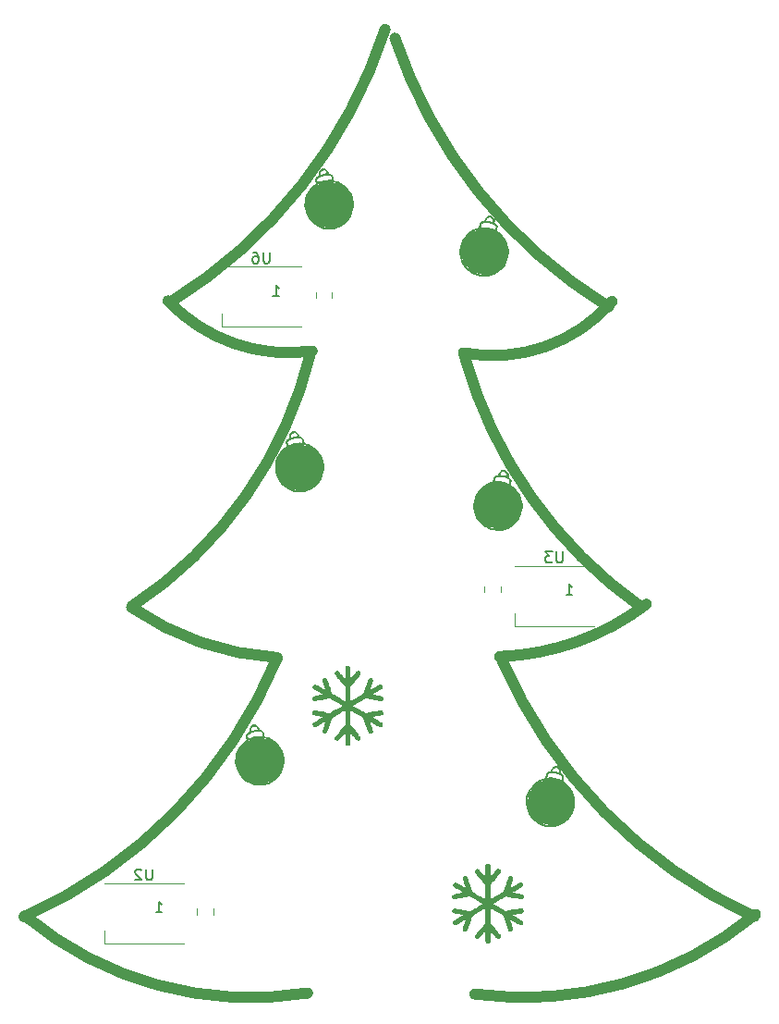
<source format=gbo>
%TF.GenerationSoftware,KiCad,Pcbnew,(6.0.7)*%
%TF.CreationDate,2022-11-21T20:09:17+01:00*%
%TF.ProjectId,Arbolito Tronco,4172626f-6c69-4746-9f20-54726f6e636f,rev?*%
%TF.SameCoordinates,Original*%
%TF.FileFunction,Legend,Bot*%
%TF.FilePolarity,Positive*%
%FSLAX46Y46*%
G04 Gerber Fmt 4.6, Leading zero omitted, Abs format (unit mm)*
G04 Created by KiCad (PCBNEW (6.0.7)) date 2022-11-21 20:09:17*
%MOMM*%
%LPD*%
G01*
G04 APERTURE LIST*
%ADD10C,3.000000*%
%ADD11C,1.000000*%
%ADD12C,0.150000*%
%ADD13C,0.120000*%
G04 APERTURE END LIST*
D10*
X132075000Y-69200000D02*
G75*
G03*
X132075000Y-69200000I-700000J0D01*
G01*
D11*
X106116451Y-110314628D02*
G75*
G03*
X129316451Y-86614628I-18004781J40830208D01*
G01*
X119465289Y-54100001D02*
G75*
G03*
X139200000Y-29100000I-24083929J39300751D01*
G01*
D10*
X155125000Y-99825000D02*
G75*
G03*
X155125000Y-99825000I-700000J0D01*
G01*
D11*
X149899995Y-86800002D02*
G75*
G03*
X173000000Y-110300000I42077105J18257502D01*
G01*
D10*
X150320582Y-72708426D02*
G75*
G03*
X150320582Y-72708426I-700000J0D01*
G01*
D11*
X116000002Y-81900003D02*
G75*
G03*
X132401653Y-58615310I-21194882J32348573D01*
G01*
X146475609Y-59000009D02*
G75*
G03*
X162700000Y-82000000I40301491J11206609D01*
G01*
X149700000Y-86500013D02*
G75*
G03*
X163147160Y-81699399I-847500J23607913D01*
G01*
D10*
X134774308Y-45150000D02*
G75*
G03*
X134774308Y-45150000I-700000J0D01*
G01*
D11*
X106198403Y-110217364D02*
G75*
G03*
X132100000Y-117300000I20714197J24849864D01*
G01*
X146379472Y-58709284D02*
G75*
G03*
X160000000Y-54000000I2680728J14298384D01*
G01*
D10*
X149050000Y-49450000D02*
G75*
G03*
X149050000Y-49450000I-700000J0D01*
G01*
D11*
X119314149Y-53937691D02*
G75*
G03*
X132514132Y-58537707I11055251J10484591D01*
G01*
X140100001Y-29900000D02*
G75*
G03*
X159700000Y-54500000I43685949J14698560D01*
G01*
X115964110Y-81986527D02*
G75*
G03*
X129252366Y-86586519I14873490J21472627D01*
G01*
D10*
X128425000Y-96050000D02*
G75*
G03*
X128425000Y-96050000I-700000J0D01*
G01*
D11*
X147425001Y-117399993D02*
G75*
G03*
X173124126Y-110100000I4500899J33040893D01*
G01*
D12*
%TO.C,U3*%
X155461904Y-76902380D02*
X155461904Y-77711904D01*
X155414285Y-77807142D01*
X155366666Y-77854761D01*
X155271428Y-77902380D01*
X155080952Y-77902380D01*
X154985714Y-77854761D01*
X154938095Y-77807142D01*
X154890476Y-77711904D01*
X154890476Y-76902380D01*
X154509523Y-76902380D02*
X153890476Y-76902380D01*
X154223809Y-77283333D01*
X154080952Y-77283333D01*
X153985714Y-77330952D01*
X153938095Y-77378571D01*
X153890476Y-77473809D01*
X153890476Y-77711904D01*
X153938095Y-77807142D01*
X153985714Y-77854761D01*
X154080952Y-77902380D01*
X154366666Y-77902380D01*
X154461904Y-77854761D01*
X154509523Y-77807142D01*
X155789285Y-80852380D02*
X156360714Y-80852380D01*
X156075000Y-80852380D02*
X156075000Y-79852380D01*
X156170238Y-79995238D01*
X156265476Y-80090476D01*
X156360714Y-80138095D01*
%TO.C,U6*%
X128611904Y-49502380D02*
X128611904Y-50311904D01*
X128564285Y-50407142D01*
X128516666Y-50454761D01*
X128421428Y-50502380D01*
X128230952Y-50502380D01*
X128135714Y-50454761D01*
X128088095Y-50407142D01*
X128040476Y-50311904D01*
X128040476Y-49502380D01*
X127135714Y-49502380D02*
X127326190Y-49502380D01*
X127421428Y-49550000D01*
X127469047Y-49597619D01*
X127564285Y-49740476D01*
X127611904Y-49930952D01*
X127611904Y-50311904D01*
X127564285Y-50407142D01*
X127516666Y-50454761D01*
X127421428Y-50502380D01*
X127230952Y-50502380D01*
X127135714Y-50454761D01*
X127088095Y-50407142D01*
X127040476Y-50311904D01*
X127040476Y-50073809D01*
X127088095Y-49978571D01*
X127135714Y-49930952D01*
X127230952Y-49883333D01*
X127421428Y-49883333D01*
X127516666Y-49930952D01*
X127564285Y-49978571D01*
X127611904Y-50073809D01*
X128914285Y-53502380D02*
X129485714Y-53502380D01*
X129200000Y-53502380D02*
X129200000Y-52502380D01*
X129295238Y-52645238D01*
X129390476Y-52740476D01*
X129485714Y-52788095D01*
%TO.C,U2*%
X117861904Y-105952380D02*
X117861904Y-106761904D01*
X117814285Y-106857142D01*
X117766666Y-106904761D01*
X117671428Y-106952380D01*
X117480952Y-106952380D01*
X117385714Y-106904761D01*
X117338095Y-106857142D01*
X117290476Y-106761904D01*
X117290476Y-105952380D01*
X116861904Y-106047619D02*
X116814285Y-106000000D01*
X116719047Y-105952380D01*
X116480952Y-105952380D01*
X116385714Y-106000000D01*
X116338095Y-106047619D01*
X116290476Y-106142857D01*
X116290476Y-106238095D01*
X116338095Y-106380952D01*
X116909523Y-106952380D01*
X116290476Y-106952380D01*
X118189285Y-109927380D02*
X118760714Y-109927380D01*
X118475000Y-109927380D02*
X118475000Y-108927380D01*
X118570238Y-109070238D01*
X118665476Y-109165476D01*
X118760714Y-109213095D01*
%TO.C,G\u002A\u002A\u002A*%
G36*
X133852351Y-43529631D02*
G01*
X133912479Y-43564945D01*
X134025324Y-43650435D01*
X134153119Y-43750124D01*
X134259978Y-43836875D01*
X134341967Y-43907390D01*
X134395149Y-43958370D01*
X134415589Y-43986517D01*
X134406911Y-44027848D01*
X134377334Y-44077915D01*
X134332884Y-44134182D01*
X134554941Y-44307129D01*
X134559823Y-44310940D01*
X134645001Y-44380512D01*
X134715716Y-44443810D01*
X134764724Y-44493993D01*
X134784782Y-44524219D01*
X134785437Y-44528235D01*
X134783421Y-44566437D01*
X134760245Y-44606723D01*
X134708802Y-44661983D01*
X134698075Y-44674743D01*
X134695079Y-44692324D01*
X134709085Y-44715689D01*
X134744886Y-44750100D01*
X134807272Y-44800818D01*
X134901036Y-44873108D01*
X134910966Y-44880701D01*
X135005161Y-44954298D01*
X135068875Y-45008550D01*
X135107950Y-45049495D01*
X135128221Y-45083171D01*
X135135529Y-45115618D01*
X135136262Y-45132271D01*
X135127801Y-45172601D01*
X135097007Y-45210817D01*
X135035428Y-45259027D01*
X134990157Y-45292994D01*
X134947249Y-45329309D01*
X134931251Y-45348999D01*
X134948506Y-45367501D01*
X134994521Y-45407502D01*
X135062280Y-45463098D01*
X135144767Y-45528396D01*
X135243474Y-45608195D01*
X135323085Y-45684187D01*
X135362689Y-45744542D01*
X135364426Y-45747188D01*
X135367532Y-45802921D01*
X135332443Y-45857113D01*
X135259199Y-45915485D01*
X135147836Y-45983764D01*
X135108356Y-46004896D01*
X135012393Y-46049928D01*
X134899727Y-46097214D01*
X134787292Y-46139442D01*
X134557825Y-46219595D01*
X134587827Y-46389745D01*
X134614808Y-46542761D01*
X134488838Y-46573979D01*
X134436945Y-46585926D01*
X134356632Y-46601289D01*
X134297769Y-46608811D01*
X134284738Y-46609719D01*
X134213566Y-46617655D01*
X134135650Y-46629532D01*
X134038632Y-46646638D01*
X133981178Y-46320802D01*
X133747642Y-46323128D01*
X133695634Y-46323044D01*
X133570352Y-46319066D01*
X133449625Y-46310827D01*
X133353675Y-46299538D01*
X133262465Y-46282723D01*
X134157385Y-46282723D01*
X134188666Y-46460128D01*
X134410422Y-46421026D01*
X134379141Y-46243621D01*
X134157385Y-46282723D01*
X133262465Y-46282723D01*
X133239499Y-46278489D01*
X133141576Y-46250089D01*
X133082370Y-46213046D01*
X133059933Y-46162194D01*
X133070633Y-46101875D01*
X133256622Y-46101875D01*
X133273056Y-46113995D01*
X133326725Y-46129057D01*
X133408786Y-46143063D01*
X133510122Y-46154513D01*
X133621617Y-46161907D01*
X133626391Y-46162089D01*
X133720305Y-46160278D01*
X133847549Y-46150566D01*
X133997978Y-46133904D01*
X134161446Y-46111245D01*
X134178780Y-46108590D01*
X134398718Y-46070697D01*
X134584689Y-46029156D01*
X134747016Y-45980930D01*
X134896025Y-45922985D01*
X135042042Y-45852281D01*
X135187720Y-45775393D01*
X135121892Y-45720310D01*
X135084183Y-45689818D01*
X135016543Y-45636623D01*
X134931980Y-45571053D01*
X134840558Y-45500955D01*
X134839688Y-45500292D01*
X134756173Y-45435256D01*
X134687555Y-45379251D01*
X134640907Y-45338231D01*
X134623306Y-45318151D01*
X134623746Y-45316225D01*
X134647714Y-45295655D01*
X134701048Y-45263513D01*
X134773842Y-45225873D01*
X134786315Y-45219760D01*
X134857741Y-45181683D01*
X134908870Y-45149241D01*
X134929335Y-45128903D01*
X134924404Y-45119973D01*
X134890862Y-45085934D01*
X134830781Y-45033042D01*
X134750212Y-44966530D01*
X134655198Y-44891635D01*
X134599791Y-44848627D01*
X134511493Y-44778957D01*
X134440493Y-44721474D01*
X134392964Y-44681212D01*
X134375082Y-44663209D01*
X134381716Y-44654530D01*
X134418965Y-44631303D01*
X134478505Y-44602679D01*
X134517827Y-44584452D01*
X134564570Y-44558441D01*
X134581433Y-44542235D01*
X134575412Y-44535308D01*
X134540049Y-44504451D01*
X134478452Y-44454237D01*
X134396840Y-44389694D01*
X134301432Y-44315851D01*
X134247409Y-44274139D01*
X134158779Y-44204219D01*
X134087412Y-44145985D01*
X134039542Y-44104577D01*
X134021406Y-44085130D01*
X134035765Y-44068988D01*
X134078829Y-44054187D01*
X134127151Y-44043191D01*
X134169277Y-44026434D01*
X134180541Y-44003616D01*
X134159385Y-43969865D01*
X134104255Y-43920309D01*
X134013590Y-43850079D01*
X133817054Y-43701814D01*
X133683455Y-43908291D01*
X133637733Y-43980170D01*
X133595201Y-44054405D01*
X133579063Y-44100654D01*
X133589494Y-44124028D01*
X133626666Y-44129645D01*
X133690755Y-44122615D01*
X133733736Y-44121876D01*
X133755598Y-44133753D01*
X133752778Y-44143116D01*
X133730740Y-44185660D01*
X133690368Y-44255052D01*
X133635796Y-44344291D01*
X133571157Y-44446373D01*
X133534720Y-44503349D01*
X133474962Y-44598428D01*
X133427351Y-44676322D01*
X133396037Y-44730185D01*
X133385170Y-44753169D01*
X133394281Y-44759079D01*
X133437102Y-44768185D01*
X133502777Y-44774726D01*
X133545936Y-44778391D01*
X133598979Y-44786817D01*
X133620665Y-44796233D01*
X133617354Y-44805081D01*
X133594725Y-44846565D01*
X133554165Y-44915223D01*
X133499753Y-45004212D01*
X133435568Y-45106688D01*
X133398432Y-45166103D01*
X133340348Y-45262578D01*
X133295172Y-45342278D01*
X133266797Y-45398217D01*
X133259113Y-45423408D01*
X133260204Y-45424822D01*
X133291259Y-45437267D01*
X133353598Y-45450193D01*
X133435129Y-45461014D01*
X133445890Y-45462131D01*
X133526113Y-45471572D01*
X133586047Y-45480515D01*
X133613411Y-45487157D01*
X133612251Y-45495077D01*
X133593144Y-45534890D01*
X133555580Y-45602017D01*
X133503358Y-45689780D01*
X133440281Y-45791493D01*
X133403678Y-45849833D01*
X133344719Y-45945616D01*
X133297841Y-46024141D01*
X133267117Y-46078523D01*
X133256622Y-46101875D01*
X133070633Y-46101875D01*
X133072319Y-46092368D01*
X133117582Y-45998405D01*
X133193777Y-45875138D01*
X133247546Y-45790783D01*
X133293298Y-45715195D01*
X133323508Y-45660772D01*
X133333432Y-45635650D01*
X133319454Y-45624290D01*
X133272217Y-45603882D01*
X133203925Y-45581970D01*
X133173782Y-45573181D01*
X133111989Y-45549506D01*
X133078361Y-45521758D01*
X133060812Y-45481446D01*
X133060129Y-45478861D01*
X133056701Y-45445664D01*
X133065328Y-45406272D01*
X133089433Y-45352996D01*
X133132443Y-45278150D01*
X133197782Y-45174045D01*
X133352675Y-44932081D01*
X133274168Y-44890255D01*
X133260759Y-44882543D01*
X133211724Y-44843102D01*
X133188007Y-44805018D01*
X133187842Y-44803566D01*
X133198126Y-44766167D01*
X133228446Y-44700677D01*
X133274354Y-44615912D01*
X133331407Y-44520687D01*
X133379638Y-44443271D01*
X133425165Y-44367209D01*
X133450878Y-44317279D01*
X133459435Y-44286770D01*
X133453488Y-44268976D01*
X133435696Y-44257186D01*
X133404852Y-44240155D01*
X133372053Y-44208450D01*
X133362649Y-44166662D01*
X133377556Y-44108312D01*
X133417689Y-44026921D01*
X133483967Y-43916010D01*
X133511569Y-43871745D01*
X133588002Y-43749898D01*
X133645717Y-43659918D01*
X133688423Y-43596817D01*
X133719834Y-43555604D01*
X133743660Y-43531290D01*
X133763612Y-43518882D01*
X133783402Y-43513394D01*
X133797828Y-43513129D01*
X133852351Y-43529631D01*
G37*
G36*
X134742128Y-42970926D02*
G01*
X134894854Y-43025688D01*
X135175297Y-43159178D01*
X135428452Y-43323951D01*
X135653139Y-43516481D01*
X135848178Y-43733242D01*
X136012391Y-43970709D01*
X136144599Y-44225356D01*
X136243620Y-44493659D01*
X136282509Y-44661122D01*
X136308279Y-44772089D01*
X136337392Y-45057122D01*
X136329783Y-45345232D01*
X136284271Y-45632893D01*
X136199677Y-45916582D01*
X136074823Y-46192769D01*
X135908527Y-46457932D01*
X135842555Y-46545338D01*
X135635058Y-46777787D01*
X135406288Y-46972771D01*
X135151303Y-47134116D01*
X134865162Y-47265648D01*
X134734925Y-47309868D01*
X134491030Y-47366220D01*
X134230952Y-47397722D01*
X133969037Y-47402937D01*
X133719632Y-47380428D01*
X133641340Y-47366857D01*
X133341725Y-47287033D01*
X133057402Y-47167153D01*
X132792323Y-47010225D01*
X132550433Y-46819258D01*
X132335680Y-46597263D01*
X132152012Y-46347245D01*
X132003375Y-46072217D01*
X131899548Y-45795989D01*
X131830968Y-45496391D01*
X131811573Y-45279539D01*
X131989020Y-45279539D01*
X132028122Y-45564799D01*
X132105501Y-45837731D01*
X132218417Y-46095221D01*
X132364129Y-46334160D01*
X132539895Y-46551432D01*
X132742977Y-46743928D01*
X132970631Y-46908534D01*
X133220118Y-47042140D01*
X133488696Y-47141632D01*
X133773625Y-47203899D01*
X134072164Y-47225830D01*
X134218922Y-47220793D01*
X134510595Y-47178551D01*
X134791049Y-47095710D01*
X135056225Y-46975043D01*
X135302066Y-46819325D01*
X135524510Y-46631328D01*
X135719499Y-46413824D01*
X135882973Y-46169586D01*
X136010875Y-45901390D01*
X136063476Y-45750573D01*
X136120037Y-45518909D01*
X136153325Y-45264746D01*
X136156891Y-45110265D01*
X136140581Y-44905488D01*
X136104626Y-44692487D01*
X136051824Y-44487201D01*
X135984973Y-44305563D01*
X135975872Y-44285452D01*
X135892722Y-44125895D01*
X135790931Y-43962560D01*
X135680931Y-43811113D01*
X135573158Y-43687221D01*
X135417004Y-43547557D01*
X135218554Y-43405628D01*
X135002033Y-43280325D01*
X134780701Y-43179258D01*
X134567815Y-43110040D01*
X134530153Y-43101139D01*
X134257665Y-43061312D01*
X133974589Y-43059389D01*
X133689726Y-43093830D01*
X133411876Y-43163093D01*
X133149835Y-43265637D01*
X132912405Y-43399923D01*
X132890953Y-43414621D01*
X132687485Y-43579055D01*
X132497503Y-43776526D01*
X132330339Y-43996265D01*
X132195327Y-44227500D01*
X132116762Y-44406096D01*
X132047456Y-44629543D01*
X132002404Y-44875815D01*
X131990938Y-44985061D01*
X131989020Y-45279539D01*
X131811573Y-45279539D01*
X131803888Y-45193614D01*
X131817249Y-44891881D01*
X131869997Y-44595412D01*
X131961072Y-44308433D01*
X132089417Y-44035165D01*
X132253975Y-43779831D01*
X132453690Y-43546652D01*
X132687503Y-43339853D01*
X132860044Y-43207471D01*
X132822710Y-42994203D01*
X132812675Y-42935115D01*
X132800897Y-42850191D01*
X132800246Y-42832460D01*
X132984967Y-42832460D01*
X132991324Y-42899596D01*
X133003521Y-42980704D01*
X133011996Y-43026200D01*
X133026468Y-43084496D01*
X133040987Y-43109160D01*
X133058756Y-43107550D01*
X133065893Y-43103326D01*
X133194975Y-43040981D01*
X133355486Y-42983645D01*
X133534685Y-42934822D01*
X133719828Y-42898015D01*
X133898172Y-42876729D01*
X133950658Y-42873434D01*
X134060948Y-42869356D01*
X134159371Y-42869161D01*
X134229444Y-42873032D01*
X134335797Y-42885618D01*
X134308631Y-42731552D01*
X134295500Y-42663679D01*
X134277793Y-42602902D01*
X134254449Y-42564077D01*
X134219581Y-42534153D01*
X134186888Y-42514732D01*
X134117591Y-42491187D01*
X134027138Y-42480865D01*
X133908065Y-42483183D01*
X133752906Y-42497555D01*
X133626370Y-42515715D01*
X133464917Y-42549365D01*
X133316945Y-42591618D01*
X133188734Y-42640018D01*
X133086565Y-42692109D01*
X133016720Y-42745436D01*
X132985479Y-42797543D01*
X132984967Y-42832460D01*
X132800246Y-42832460D01*
X132798750Y-42791737D01*
X132806263Y-42748257D01*
X132823471Y-42708256D01*
X132841648Y-42674854D01*
X132884695Y-42611794D01*
X132937606Y-42564331D01*
X133016437Y-42516509D01*
X133073282Y-42481483D01*
X133098179Y-42452798D01*
X133095088Y-42423766D01*
X133084654Y-42386064D01*
X133083793Y-42300788D01*
X133084974Y-42294026D01*
X133270162Y-42294026D01*
X133273339Y-42349956D01*
X133283806Y-42381597D01*
X133285582Y-42382557D01*
X133319407Y-42382596D01*
X133386819Y-42373993D01*
X133479030Y-42358065D01*
X133587251Y-42336130D01*
X133873580Y-42274209D01*
X133854858Y-42208915D01*
X133839504Y-42167733D01*
X133775071Y-42082401D01*
X133673641Y-42022645D01*
X133644355Y-42012908D01*
X133537854Y-42004113D01*
X133438300Y-42032738D01*
X133354609Y-42092981D01*
X133295696Y-42179035D01*
X133270475Y-42285099D01*
X133270162Y-42294026D01*
X133084974Y-42294026D01*
X133101153Y-42201418D01*
X133133572Y-42103304D01*
X133177889Y-42021797D01*
X133218923Y-41972129D01*
X133323915Y-41888536D01*
X133442930Y-41839293D01*
X133568563Y-41822986D01*
X133693407Y-41838199D01*
X133810055Y-41883516D01*
X133911097Y-41957523D01*
X133989128Y-42058801D01*
X134036741Y-42185937D01*
X134043339Y-42215356D01*
X134052052Y-42242740D01*
X134060116Y-42268089D01*
X134082265Y-42292337D01*
X134118182Y-42299837D01*
X134145556Y-42303084D01*
X134244539Y-42333541D01*
X134337187Y-42386158D01*
X134404165Y-42450733D01*
X134425673Y-42487438D01*
X134459203Y-42579648D01*
X134487898Y-42710834D01*
X134513201Y-42854337D01*
X134521254Y-42900008D01*
X134742128Y-42970926D01*
G37*
D13*
%TO.C,U3*%
X158350000Y-78200000D02*
X151050000Y-78200000D01*
X158350000Y-83700000D02*
X151050000Y-83700000D01*
X151050000Y-83700000D02*
X151050000Y-82550000D01*
%TO.C,G\u002A\u002A\u002A*%
G36*
X149653040Y-47656545D02*
G01*
X149777827Y-47760239D01*
X149995700Y-47981596D01*
X150177232Y-48223016D01*
X150322520Y-48480783D01*
X150431660Y-48751179D01*
X150504752Y-49030489D01*
X150541892Y-49314997D01*
X150543177Y-49600986D01*
X150522444Y-49771650D01*
X150508707Y-49884739D01*
X150438578Y-50162540D01*
X150332887Y-50430672D01*
X150191735Y-50685419D01*
X150015215Y-50923066D01*
X149803429Y-51139895D01*
X149556471Y-51332190D01*
X149464583Y-51391761D01*
X149190097Y-51539224D01*
X148908435Y-51644205D01*
X148613645Y-51708610D01*
X148299773Y-51734343D01*
X148162266Y-51731353D01*
X147913806Y-51700890D01*
X147658639Y-51641540D01*
X147410736Y-51556860D01*
X147184070Y-51450407D01*
X147115141Y-51410877D01*
X146860896Y-51233392D01*
X146634722Y-51023498D01*
X146439301Y-50785372D01*
X146277314Y-50523190D01*
X146151439Y-50241133D01*
X146064358Y-49943375D01*
X146018751Y-49634096D01*
X146016809Y-49448680D01*
X146194916Y-49448680D01*
X146212956Y-49729262D01*
X146268159Y-50003627D01*
X146359014Y-50267911D01*
X146484011Y-50518256D01*
X146641637Y-50750798D01*
X146830382Y-50961676D01*
X147048734Y-51147027D01*
X147295183Y-51302991D01*
X147568217Y-51425705D01*
X147707847Y-51471166D01*
X147996378Y-51531229D01*
X148288252Y-51549306D01*
X148578707Y-51526612D01*
X148862980Y-51464367D01*
X149136308Y-51363787D01*
X149393929Y-51226091D01*
X149631078Y-51052494D01*
X149842995Y-50844217D01*
X149944006Y-50720485D01*
X150076390Y-50522137D01*
X150194599Y-50294688D01*
X150250786Y-50150743D01*
X150305498Y-49952737D01*
X150344561Y-49740285D01*
X150365156Y-49529319D01*
X150364461Y-49335771D01*
X150362787Y-49313760D01*
X150339223Y-49135387D01*
X150299434Y-48947087D01*
X150247866Y-48767152D01*
X150188966Y-48613870D01*
X150089998Y-48429221D01*
X149952058Y-48227978D01*
X149791451Y-48036177D01*
X149618034Y-47865505D01*
X149441661Y-47727650D01*
X149409314Y-47706405D01*
X149166881Y-47575783D01*
X148901534Y-47477159D01*
X148622071Y-47412094D01*
X148337287Y-47382149D01*
X148055978Y-47388886D01*
X147786937Y-47433867D01*
X147761752Y-47440342D01*
X147514315Y-47525270D01*
X147268251Y-47645854D01*
X147036014Y-47795168D01*
X146830057Y-47966280D01*
X146695147Y-48107235D01*
X146553597Y-48293503D01*
X146427031Y-48509514D01*
X146378893Y-48608249D01*
X146276374Y-48884312D01*
X146215553Y-49165743D01*
X146194916Y-49448680D01*
X146016809Y-49448680D01*
X146015660Y-49339016D01*
X146053685Y-49034030D01*
X146131794Y-48740251D01*
X146247549Y-48461284D01*
X146398513Y-48200735D01*
X146582248Y-47962213D01*
X146796317Y-47749321D01*
X147038280Y-47565668D01*
X147305702Y-47414858D01*
X147596144Y-47300499D01*
X147803557Y-47235114D01*
X147813971Y-47176475D01*
X148002005Y-47176475D01*
X148007212Y-47204617D01*
X148024460Y-47209182D01*
X148032611Y-47207653D01*
X148175232Y-47193217D01*
X148345673Y-47194237D01*
X148530763Y-47209648D01*
X148717330Y-47238383D01*
X148892199Y-47279378D01*
X148942647Y-47294233D01*
X149047679Y-47328122D01*
X149140234Y-47361602D01*
X149204757Y-47389206D01*
X149300391Y-47437408D01*
X149327558Y-47283341D01*
X149338433Y-47215071D01*
X149342580Y-47151903D01*
X149333923Y-47107435D01*
X149311392Y-47067391D01*
X149287313Y-47037959D01*
X149230248Y-46992133D01*
X149148781Y-46951497D01*
X149036095Y-46912949D01*
X148885379Y-46873388D01*
X148760263Y-46847174D01*
X148597037Y-46823575D01*
X148443537Y-46812670D01*
X148306505Y-46814301D01*
X148192681Y-46828306D01*
X148108810Y-46854528D01*
X148061631Y-46892808D01*
X148049208Y-46925444D01*
X148032219Y-46990705D01*
X148015940Y-47071094D01*
X148008344Y-47116745D01*
X148002005Y-47176475D01*
X147813971Y-47176475D01*
X147841417Y-47021938D01*
X147852196Y-46962982D01*
X147870174Y-46879151D01*
X147888148Y-46823487D01*
X147910080Y-46785199D01*
X147939931Y-46753496D01*
X147968436Y-46728325D01*
X148030455Y-46683791D01*
X148096409Y-46657287D01*
X148186841Y-46639311D01*
X148252238Y-46625839D01*
X148285444Y-46607400D01*
X148286292Y-46603981D01*
X148484228Y-46603981D01*
X148485569Y-46605491D01*
X148517341Y-46617096D01*
X148583630Y-46632068D01*
X148675728Y-46648639D01*
X148784925Y-46665040D01*
X149075164Y-46704784D01*
X149079903Y-46637025D01*
X149079559Y-46593074D01*
X149048198Y-46490851D01*
X148973322Y-46400007D01*
X148949133Y-46380842D01*
X148852062Y-46336152D01*
X148748722Y-46329001D01*
X148649474Y-46356986D01*
X148564682Y-46417701D01*
X148504706Y-46508743D01*
X148501358Y-46517024D01*
X148485215Y-46570668D01*
X148484228Y-46603981D01*
X148286292Y-46603981D01*
X148292469Y-46579062D01*
X148295559Y-46540065D01*
X148323916Y-46459637D01*
X148374216Y-46372197D01*
X148438237Y-46291088D01*
X148507758Y-46229654D01*
X148563305Y-46197016D01*
X148690555Y-46154373D01*
X148819235Y-46148805D01*
X148942869Y-46176451D01*
X149054981Y-46233446D01*
X149149094Y-46315925D01*
X149218731Y-46420027D01*
X149257417Y-46541886D01*
X149258676Y-46677639D01*
X149254814Y-46707541D01*
X149253635Y-46736253D01*
X149252543Y-46762832D01*
X149265063Y-46793193D01*
X149296249Y-46812525D01*
X149320862Y-46824938D01*
X149403459Y-46887413D01*
X149472523Y-46968544D01*
X149513375Y-47052133D01*
X149521033Y-47093980D01*
X149521003Y-47192098D01*
X149503099Y-47325186D01*
X149477796Y-47468689D01*
X149469743Y-47514360D01*
X149653040Y-47656545D01*
G37*
G36*
X148182709Y-50955677D02*
G01*
X148129860Y-50949154D01*
X148049136Y-50936123D01*
X147991250Y-50923058D01*
X147978694Y-50919454D01*
X147909100Y-50902570D01*
X147831821Y-50887081D01*
X147734803Y-50869974D01*
X147756658Y-50746026D01*
X147939579Y-50746026D01*
X148161335Y-50785128D01*
X148192616Y-50607723D01*
X147970860Y-50568621D01*
X147939579Y-50746026D01*
X147756658Y-50746026D01*
X147792256Y-50544138D01*
X147572009Y-50466449D01*
X147523166Y-50448583D01*
X147406800Y-50401996D01*
X147296172Y-50352962D01*
X147209870Y-50309537D01*
X147109778Y-50250708D01*
X147027474Y-50190529D01*
X146984508Y-50135470D01*
X146981522Y-50090601D01*
X147186274Y-50090601D01*
X147197572Y-50107611D01*
X147242853Y-50140120D01*
X147315174Y-50181348D01*
X147406483Y-50226766D01*
X147508725Y-50271849D01*
X147513149Y-50273652D01*
X147602018Y-50304071D01*
X147724910Y-50338465D01*
X147871966Y-50374258D01*
X148033325Y-50408874D01*
X148050522Y-50412308D01*
X148270157Y-50451924D01*
X148459120Y-50476493D01*
X148628151Y-50486695D01*
X148787993Y-50483208D01*
X148949386Y-50466709D01*
X149112576Y-50444283D01*
X149069557Y-50370007D01*
X149044551Y-50328457D01*
X148999184Y-50255335D01*
X148942148Y-50164797D01*
X148880214Y-50067659D01*
X148879623Y-50066738D01*
X148823389Y-49977061D01*
X148778063Y-49900964D01*
X148748258Y-49846464D01*
X148738586Y-49821575D01*
X148739659Y-49819915D01*
X148769217Y-49808784D01*
X148830327Y-49796822D01*
X148911605Y-49786348D01*
X148925416Y-49784870D01*
X149005558Y-49773518D01*
X149064699Y-49760520D01*
X149090887Y-49748408D01*
X149089307Y-49738330D01*
X149069429Y-49694871D01*
X149031062Y-49624621D01*
X148978100Y-49534564D01*
X148914432Y-49431688D01*
X148877076Y-49372324D01*
X148817932Y-49276656D01*
X148770874Y-49198356D01*
X148739982Y-49144267D01*
X148729336Y-49121233D01*
X148738538Y-49115346D01*
X148781484Y-49106260D01*
X148847223Y-49099726D01*
X148890408Y-49096047D01*
X148943229Y-49087592D01*
X148964618Y-49078131D01*
X148961329Y-49069562D01*
X148938653Y-49028471D01*
X148897944Y-48960218D01*
X148843329Y-48871655D01*
X148778931Y-48769633D01*
X148742432Y-48711960D01*
X148683061Y-48615944D01*
X148635915Y-48536813D01*
X148605095Y-48481529D01*
X148594703Y-48457052D01*
X148613717Y-48446795D01*
X148659246Y-48447615D01*
X148708415Y-48453809D01*
X148753732Y-48452471D01*
X148772120Y-48434881D01*
X148763785Y-48395930D01*
X148728928Y-48330507D01*
X148667751Y-48233503D01*
X148533777Y-48026960D01*
X148337616Y-48175292D01*
X148270067Y-48227198D01*
X148204711Y-48282409D01*
X148173728Y-48320349D01*
X148175534Y-48345882D01*
X148208544Y-48363873D01*
X148271172Y-48379187D01*
X148311814Y-48393194D01*
X148328295Y-48411832D01*
X148322443Y-48419665D01*
X148287183Y-48452105D01*
X148225513Y-48503505D01*
X148143710Y-48568698D01*
X148048055Y-48642515D01*
X147994329Y-48683594D01*
X147905656Y-48752500D01*
X147834275Y-48809412D01*
X147786427Y-48849316D01*
X147768354Y-48867198D01*
X147774895Y-48875868D01*
X147812019Y-48899070D01*
X147871495Y-48927679D01*
X147910798Y-48945884D01*
X147957761Y-48971943D01*
X147974919Y-48988209D01*
X147968780Y-48995391D01*
X147933329Y-49026634D01*
X147871732Y-49077279D01*
X147790165Y-49142291D01*
X147694802Y-49216635D01*
X147639585Y-49259765D01*
X147552007Y-49330556D01*
X147482297Y-49389998D01*
X147436500Y-49432859D01*
X147420665Y-49453903D01*
X147421206Y-49455605D01*
X147446132Y-49477921D01*
X147500290Y-49511388D01*
X147573203Y-49549442D01*
X147582933Y-49554172D01*
X147655089Y-49590482D01*
X147708350Y-49619384D01*
X147731792Y-49634984D01*
X147727993Y-49642030D01*
X147696421Y-49672906D01*
X147638164Y-49723138D01*
X147559075Y-49787747D01*
X147465014Y-49861753D01*
X147410664Y-49904055D01*
X147322502Y-49973897D01*
X147251594Y-50031653D01*
X147204123Y-50072247D01*
X147186274Y-50090601D01*
X146981522Y-50090601D01*
X146980817Y-50080011D01*
X147016338Y-50018632D01*
X147091008Y-49945817D01*
X147204767Y-49856044D01*
X147284145Y-49795166D01*
X147352991Y-49739784D01*
X147399993Y-49698976D01*
X147417910Y-49678763D01*
X147408660Y-49663307D01*
X147371253Y-49627975D01*
X147314573Y-49584027D01*
X147289254Y-49565458D01*
X147239285Y-49522077D01*
X147217175Y-49484501D01*
X147214472Y-49440618D01*
X147214714Y-49437954D01*
X147222847Y-49405588D01*
X147244426Y-49371522D01*
X147285299Y-49329703D01*
X147351315Y-49274081D01*
X147448319Y-49198602D01*
X147676627Y-49024206D01*
X147617160Y-48958052D01*
X147607198Y-48946219D01*
X147574610Y-48892385D01*
X147565348Y-48848486D01*
X147565690Y-48847066D01*
X147588145Y-48815440D01*
X147639035Y-48764269D01*
X147711166Y-48700317D01*
X147797347Y-48630348D01*
X147869148Y-48574098D01*
X147937943Y-48518194D01*
X147979183Y-48480069D01*
X147997658Y-48454327D01*
X147998156Y-48435571D01*
X147985469Y-48418407D01*
X147962310Y-48391854D01*
X147942333Y-48350843D01*
X147947788Y-48308359D01*
X147981753Y-48258627D01*
X148047304Y-48195870D01*
X148147519Y-48114316D01*
X148188595Y-48082162D01*
X148302093Y-47993804D01*
X148387102Y-47928991D01*
X148448815Y-47884301D01*
X148492427Y-47856317D01*
X148523132Y-47841618D01*
X148546125Y-47836783D01*
X148566598Y-47838394D01*
X148580245Y-47843079D01*
X148625835Y-47877234D01*
X148670259Y-47930983D01*
X148747060Y-48049913D01*
X148833051Y-48187298D01*
X148903796Y-48305366D01*
X148956722Y-48399669D01*
X148989261Y-48465765D01*
X148998842Y-48499205D01*
X148976551Y-48535075D01*
X148931634Y-48572007D01*
X148870620Y-48609678D01*
X149020134Y-48848143D01*
X149023418Y-48853394D01*
X149079664Y-48947903D01*
X149124465Y-49031569D01*
X149153354Y-49095488D01*
X149161865Y-49130750D01*
X149161107Y-49134749D01*
X149146146Y-49169958D01*
X149110590Y-49199887D01*
X149043349Y-49234220D01*
X149028905Y-49242542D01*
X149020076Y-49258038D01*
X149025246Y-49284784D01*
X149047119Y-49329364D01*
X149088396Y-49398361D01*
X149151781Y-49498360D01*
X149158515Y-49508892D01*
X149221857Y-49610267D01*
X149263174Y-49683039D01*
X149285888Y-49734879D01*
X149293419Y-49773457D01*
X149289189Y-49806446D01*
X149284182Y-49822346D01*
X149262437Y-49857350D01*
X149220430Y-49882729D01*
X149146076Y-49906970D01*
X149091917Y-49923405D01*
X149039177Y-49942855D01*
X149017409Y-49955886D01*
X149027296Y-49979173D01*
X149056855Y-50032500D01*
X149101512Y-50107919D01*
X149156691Y-50197490D01*
X149222153Y-50306237D01*
X149270972Y-50404875D01*
X149287545Y-50475135D01*
X149288272Y-50478216D01*
X149272128Y-50531650D01*
X149220621Y-50570573D01*
X149131829Y-50600374D01*
X149003830Y-50626446D01*
X148959503Y-50632801D01*
X148853926Y-50642296D01*
X148731882Y-50648196D01*
X148611785Y-50649422D01*
X148368742Y-50646259D01*
X148338740Y-50816409D01*
X148311759Y-50969426D01*
X148182709Y-50955677D01*
G37*
%TO.C,C13*%
X121965000Y-109588748D02*
X121965000Y-110111252D01*
X123435000Y-109588748D02*
X123435000Y-110111252D01*
%TO.C,U6*%
X131500000Y-50800000D02*
X124200000Y-50800000D01*
X124200000Y-56300000D02*
X124200000Y-55150000D01*
X131500000Y-56300000D02*
X124200000Y-56300000D01*
%TO.C,G\u002A\u002A\u002A*%
G36*
X149453291Y-74214103D02*
G01*
X149400442Y-74207580D01*
X149319718Y-74194549D01*
X149261832Y-74181484D01*
X149249276Y-74177880D01*
X149179682Y-74160996D01*
X149102403Y-74145507D01*
X149005385Y-74128400D01*
X149027240Y-74004452D01*
X149210161Y-74004452D01*
X149431917Y-74043554D01*
X149463198Y-73866149D01*
X149241442Y-73827047D01*
X149210161Y-74004452D01*
X149027240Y-74004452D01*
X149062838Y-73802564D01*
X148842591Y-73724875D01*
X148793748Y-73707009D01*
X148677382Y-73660422D01*
X148566754Y-73611388D01*
X148480452Y-73567963D01*
X148380360Y-73509134D01*
X148298056Y-73448955D01*
X148255090Y-73393896D01*
X148252104Y-73349027D01*
X148456856Y-73349027D01*
X148468154Y-73366037D01*
X148513435Y-73398546D01*
X148585756Y-73439774D01*
X148677065Y-73485192D01*
X148779307Y-73530275D01*
X148783731Y-73532078D01*
X148872600Y-73562497D01*
X148995492Y-73596891D01*
X149142548Y-73632684D01*
X149303907Y-73667300D01*
X149321104Y-73670734D01*
X149540739Y-73710350D01*
X149729702Y-73734919D01*
X149898733Y-73745121D01*
X150058575Y-73741634D01*
X150219968Y-73725135D01*
X150383158Y-73702709D01*
X150340139Y-73628433D01*
X150315133Y-73586883D01*
X150269766Y-73513761D01*
X150212730Y-73423223D01*
X150150796Y-73326085D01*
X150150205Y-73325164D01*
X150093971Y-73235487D01*
X150048645Y-73159390D01*
X150018840Y-73104890D01*
X150009168Y-73080001D01*
X150010241Y-73078341D01*
X150039799Y-73067210D01*
X150100909Y-73055248D01*
X150182187Y-73044774D01*
X150195998Y-73043296D01*
X150276140Y-73031944D01*
X150335281Y-73018946D01*
X150361469Y-73006834D01*
X150359889Y-72996756D01*
X150340011Y-72953297D01*
X150301644Y-72883047D01*
X150248682Y-72792990D01*
X150185014Y-72690114D01*
X150147658Y-72630750D01*
X150088514Y-72535082D01*
X150041456Y-72456782D01*
X150010564Y-72402693D01*
X149999918Y-72379659D01*
X150009120Y-72373772D01*
X150052066Y-72364686D01*
X150117805Y-72358152D01*
X150160990Y-72354473D01*
X150213811Y-72346018D01*
X150235200Y-72336557D01*
X150231911Y-72327988D01*
X150209235Y-72286897D01*
X150168526Y-72218644D01*
X150113911Y-72130081D01*
X150049513Y-72028059D01*
X150013014Y-71970386D01*
X149953643Y-71874370D01*
X149906497Y-71795239D01*
X149875677Y-71739955D01*
X149865285Y-71715478D01*
X149884299Y-71705221D01*
X149929828Y-71706041D01*
X149978997Y-71712235D01*
X150024314Y-71710897D01*
X150042702Y-71693307D01*
X150034367Y-71654356D01*
X149999510Y-71588933D01*
X149938333Y-71491929D01*
X149804359Y-71285386D01*
X149608198Y-71433718D01*
X149540649Y-71485624D01*
X149475293Y-71540835D01*
X149444310Y-71578775D01*
X149446116Y-71604308D01*
X149479126Y-71622299D01*
X149541754Y-71637613D01*
X149582396Y-71651620D01*
X149598877Y-71670258D01*
X149593025Y-71678091D01*
X149557765Y-71710531D01*
X149496095Y-71761931D01*
X149414292Y-71827124D01*
X149318637Y-71900941D01*
X149264911Y-71942020D01*
X149176238Y-72010926D01*
X149104857Y-72067838D01*
X149057009Y-72107742D01*
X149038936Y-72125624D01*
X149045477Y-72134294D01*
X149082601Y-72157496D01*
X149142077Y-72186105D01*
X149181380Y-72204310D01*
X149228343Y-72230369D01*
X149245501Y-72246635D01*
X149239362Y-72253817D01*
X149203911Y-72285060D01*
X149142314Y-72335705D01*
X149060747Y-72400717D01*
X148965384Y-72475061D01*
X148910167Y-72518191D01*
X148822589Y-72588982D01*
X148752879Y-72648424D01*
X148707082Y-72691285D01*
X148691247Y-72712329D01*
X148691788Y-72714031D01*
X148716714Y-72736347D01*
X148770872Y-72769814D01*
X148843785Y-72807868D01*
X148853515Y-72812598D01*
X148925671Y-72848908D01*
X148978932Y-72877810D01*
X149002374Y-72893410D01*
X148998575Y-72900456D01*
X148967003Y-72931332D01*
X148908746Y-72981564D01*
X148829657Y-73046173D01*
X148735596Y-73120179D01*
X148681246Y-73162481D01*
X148593084Y-73232323D01*
X148522176Y-73290079D01*
X148474705Y-73330673D01*
X148456856Y-73349027D01*
X148252104Y-73349027D01*
X148251399Y-73338437D01*
X148286920Y-73277058D01*
X148361590Y-73204243D01*
X148475349Y-73114470D01*
X148554727Y-73053592D01*
X148623573Y-72998210D01*
X148670575Y-72957402D01*
X148688492Y-72937189D01*
X148679242Y-72921733D01*
X148641835Y-72886401D01*
X148585155Y-72842453D01*
X148559836Y-72823884D01*
X148509867Y-72780503D01*
X148487757Y-72742927D01*
X148485054Y-72699044D01*
X148485296Y-72696380D01*
X148493429Y-72664014D01*
X148515008Y-72629948D01*
X148555881Y-72588129D01*
X148621897Y-72532507D01*
X148718901Y-72457028D01*
X148947209Y-72282632D01*
X148887742Y-72216478D01*
X148877780Y-72204645D01*
X148845192Y-72150811D01*
X148835930Y-72106912D01*
X148836272Y-72105492D01*
X148858727Y-72073866D01*
X148909617Y-72022695D01*
X148981748Y-71958743D01*
X149067929Y-71888774D01*
X149139730Y-71832524D01*
X149208525Y-71776620D01*
X149249765Y-71738495D01*
X149268240Y-71712753D01*
X149268738Y-71693997D01*
X149256051Y-71676833D01*
X149232892Y-71650280D01*
X149212915Y-71609269D01*
X149218370Y-71566785D01*
X149252335Y-71517053D01*
X149317886Y-71454296D01*
X149418101Y-71372742D01*
X149459177Y-71340588D01*
X149572675Y-71252230D01*
X149657684Y-71187417D01*
X149719397Y-71142727D01*
X149763009Y-71114743D01*
X149793714Y-71100044D01*
X149816707Y-71095209D01*
X149837180Y-71096820D01*
X149850827Y-71101505D01*
X149896417Y-71135660D01*
X149940841Y-71189409D01*
X150017642Y-71308339D01*
X150103633Y-71445724D01*
X150174378Y-71563792D01*
X150227304Y-71658095D01*
X150259843Y-71724191D01*
X150269424Y-71757631D01*
X150247133Y-71793501D01*
X150202216Y-71830433D01*
X150141202Y-71868104D01*
X150290716Y-72106569D01*
X150294000Y-72111820D01*
X150350246Y-72206329D01*
X150395047Y-72289995D01*
X150423936Y-72353914D01*
X150432447Y-72389176D01*
X150431689Y-72393175D01*
X150416728Y-72428384D01*
X150381172Y-72458313D01*
X150313931Y-72492646D01*
X150299487Y-72500968D01*
X150290658Y-72516464D01*
X150295828Y-72543210D01*
X150317701Y-72587790D01*
X150358978Y-72656787D01*
X150422363Y-72756786D01*
X150429097Y-72767318D01*
X150492439Y-72868693D01*
X150533756Y-72941465D01*
X150556470Y-72993305D01*
X150564001Y-73031883D01*
X150559771Y-73064872D01*
X150554764Y-73080772D01*
X150533019Y-73115776D01*
X150491012Y-73141155D01*
X150416658Y-73165396D01*
X150362499Y-73181831D01*
X150309759Y-73201281D01*
X150287991Y-73214312D01*
X150297878Y-73237599D01*
X150327437Y-73290926D01*
X150372094Y-73366345D01*
X150427273Y-73455916D01*
X150492735Y-73564663D01*
X150541554Y-73663301D01*
X150558127Y-73733561D01*
X150558854Y-73736642D01*
X150542710Y-73790076D01*
X150491203Y-73828999D01*
X150402411Y-73858800D01*
X150274412Y-73884872D01*
X150230085Y-73891227D01*
X150124508Y-73900722D01*
X150002464Y-73906622D01*
X149882367Y-73907848D01*
X149639324Y-73904685D01*
X149609322Y-74074835D01*
X149582341Y-74227852D01*
X149453291Y-74214103D01*
G37*
G36*
X150923622Y-70914971D02*
G01*
X151048409Y-71018665D01*
X151266282Y-71240022D01*
X151447814Y-71481442D01*
X151593102Y-71739209D01*
X151702242Y-72009605D01*
X151775334Y-72288915D01*
X151812474Y-72573423D01*
X151813759Y-72859412D01*
X151793026Y-73030076D01*
X151779289Y-73143165D01*
X151709160Y-73420966D01*
X151603469Y-73689098D01*
X151462317Y-73943845D01*
X151285797Y-74181492D01*
X151074011Y-74398321D01*
X150827053Y-74590616D01*
X150735165Y-74650187D01*
X150460679Y-74797650D01*
X150179017Y-74902631D01*
X149884227Y-74967036D01*
X149570355Y-74992769D01*
X149432848Y-74989779D01*
X149184388Y-74959316D01*
X148929221Y-74899966D01*
X148681318Y-74815286D01*
X148454652Y-74708833D01*
X148385723Y-74669303D01*
X148131478Y-74491818D01*
X147905304Y-74281924D01*
X147709883Y-74043798D01*
X147547896Y-73781616D01*
X147422021Y-73499559D01*
X147334940Y-73201801D01*
X147289333Y-72892522D01*
X147287391Y-72707106D01*
X147465498Y-72707106D01*
X147483538Y-72987688D01*
X147538741Y-73262053D01*
X147629596Y-73526337D01*
X147754593Y-73776682D01*
X147912219Y-74009224D01*
X148100964Y-74220102D01*
X148319316Y-74405453D01*
X148565765Y-74561417D01*
X148838799Y-74684131D01*
X148978429Y-74729592D01*
X149266960Y-74789655D01*
X149558834Y-74807732D01*
X149849289Y-74785038D01*
X150133562Y-74722793D01*
X150406890Y-74622213D01*
X150664511Y-74484517D01*
X150901660Y-74310920D01*
X151113577Y-74102643D01*
X151214588Y-73978911D01*
X151346972Y-73780563D01*
X151465181Y-73553114D01*
X151521368Y-73409169D01*
X151576080Y-73211163D01*
X151615143Y-72998711D01*
X151635738Y-72787745D01*
X151635043Y-72594197D01*
X151633369Y-72572186D01*
X151609805Y-72393813D01*
X151570016Y-72205513D01*
X151518448Y-72025578D01*
X151459548Y-71872296D01*
X151360580Y-71687647D01*
X151222640Y-71486404D01*
X151062033Y-71294603D01*
X150888616Y-71123931D01*
X150712243Y-70986076D01*
X150679896Y-70964831D01*
X150437463Y-70834209D01*
X150172116Y-70735585D01*
X149892653Y-70670520D01*
X149607869Y-70640575D01*
X149326560Y-70647312D01*
X149057519Y-70692293D01*
X149032334Y-70698768D01*
X148784897Y-70783696D01*
X148538833Y-70904280D01*
X148306596Y-71053594D01*
X148100639Y-71224706D01*
X147965729Y-71365661D01*
X147824179Y-71551929D01*
X147697613Y-71767940D01*
X147649475Y-71866675D01*
X147546956Y-72142738D01*
X147486135Y-72424169D01*
X147465498Y-72707106D01*
X147287391Y-72707106D01*
X147286242Y-72597442D01*
X147324267Y-72292456D01*
X147402376Y-71998677D01*
X147518131Y-71719710D01*
X147669095Y-71459161D01*
X147852830Y-71220639D01*
X148066899Y-71007747D01*
X148308862Y-70824094D01*
X148576284Y-70673284D01*
X148866726Y-70558925D01*
X149074139Y-70493540D01*
X149084553Y-70434901D01*
X149272587Y-70434901D01*
X149277794Y-70463043D01*
X149295042Y-70467608D01*
X149303193Y-70466079D01*
X149445814Y-70451643D01*
X149616255Y-70452663D01*
X149801345Y-70468074D01*
X149987912Y-70496809D01*
X150162781Y-70537804D01*
X150213229Y-70552659D01*
X150318261Y-70586548D01*
X150410816Y-70620028D01*
X150475339Y-70647632D01*
X150570973Y-70695834D01*
X150598140Y-70541767D01*
X150609015Y-70473497D01*
X150613162Y-70410329D01*
X150604505Y-70365861D01*
X150581974Y-70325817D01*
X150557895Y-70296385D01*
X150500830Y-70250559D01*
X150419363Y-70209923D01*
X150306677Y-70171375D01*
X150155961Y-70131814D01*
X150030845Y-70105600D01*
X149867619Y-70082001D01*
X149714119Y-70071096D01*
X149577087Y-70072727D01*
X149463263Y-70086732D01*
X149379392Y-70112954D01*
X149332213Y-70151234D01*
X149319790Y-70183870D01*
X149302801Y-70249131D01*
X149286522Y-70329520D01*
X149278926Y-70375171D01*
X149272587Y-70434901D01*
X149084553Y-70434901D01*
X149111999Y-70280364D01*
X149122778Y-70221408D01*
X149140756Y-70137577D01*
X149158730Y-70081913D01*
X149180662Y-70043625D01*
X149210513Y-70011922D01*
X149239018Y-69986751D01*
X149301037Y-69942217D01*
X149366991Y-69915713D01*
X149457423Y-69897737D01*
X149522820Y-69884265D01*
X149556026Y-69865826D01*
X149556874Y-69862407D01*
X149754810Y-69862407D01*
X149756151Y-69863917D01*
X149787923Y-69875522D01*
X149854212Y-69890494D01*
X149946310Y-69907065D01*
X150055507Y-69923466D01*
X150345746Y-69963210D01*
X150350485Y-69895451D01*
X150350141Y-69851500D01*
X150318780Y-69749277D01*
X150243904Y-69658433D01*
X150219715Y-69639268D01*
X150122644Y-69594578D01*
X150019304Y-69587427D01*
X149920056Y-69615412D01*
X149835264Y-69676127D01*
X149775288Y-69767169D01*
X149771940Y-69775450D01*
X149755797Y-69829094D01*
X149754810Y-69862407D01*
X149556874Y-69862407D01*
X149563051Y-69837488D01*
X149566141Y-69798491D01*
X149594498Y-69718063D01*
X149644798Y-69630623D01*
X149708819Y-69549514D01*
X149778340Y-69488080D01*
X149833887Y-69455442D01*
X149961137Y-69412799D01*
X150089817Y-69407231D01*
X150213451Y-69434877D01*
X150325563Y-69491872D01*
X150419676Y-69574351D01*
X150489313Y-69678453D01*
X150527999Y-69800312D01*
X150529258Y-69936065D01*
X150525396Y-69965967D01*
X150524217Y-69994679D01*
X150523125Y-70021258D01*
X150535645Y-70051619D01*
X150566831Y-70070951D01*
X150591444Y-70083364D01*
X150674041Y-70145839D01*
X150743105Y-70226970D01*
X150783957Y-70310559D01*
X150791615Y-70352406D01*
X150791585Y-70450524D01*
X150773681Y-70583612D01*
X150748378Y-70727115D01*
X150740325Y-70772786D01*
X150923622Y-70914971D01*
G37*
%TO.C,U2*%
X113450000Y-112750000D02*
X113450000Y-111600000D01*
X120750000Y-107250000D02*
X113450000Y-107250000D01*
X120750000Y-112750000D02*
X113450000Y-112750000D01*
%TO.C,G\u002A\u002A\u002A*%
G36*
X131153043Y-67579631D02*
G01*
X131213171Y-67614945D01*
X131326016Y-67700435D01*
X131453811Y-67800124D01*
X131560670Y-67886875D01*
X131642659Y-67957390D01*
X131695841Y-68008370D01*
X131716281Y-68036517D01*
X131707603Y-68077848D01*
X131678026Y-68127915D01*
X131633576Y-68184182D01*
X131855633Y-68357129D01*
X131860515Y-68360940D01*
X131945693Y-68430512D01*
X132016408Y-68493810D01*
X132065416Y-68543993D01*
X132085474Y-68574219D01*
X132086129Y-68578235D01*
X132084113Y-68616437D01*
X132060937Y-68656723D01*
X132009494Y-68711983D01*
X131998767Y-68724743D01*
X131995771Y-68742324D01*
X132009777Y-68765689D01*
X132045578Y-68800100D01*
X132107964Y-68850818D01*
X132201728Y-68923108D01*
X132211658Y-68930701D01*
X132305853Y-69004298D01*
X132369567Y-69058550D01*
X132408642Y-69099495D01*
X132428913Y-69133171D01*
X132436221Y-69165618D01*
X132436954Y-69182271D01*
X132428493Y-69222601D01*
X132397699Y-69260817D01*
X132336120Y-69309027D01*
X132290849Y-69342994D01*
X132247941Y-69379309D01*
X132231943Y-69398999D01*
X132249198Y-69417501D01*
X132295213Y-69457502D01*
X132362972Y-69513098D01*
X132445459Y-69578396D01*
X132544166Y-69658195D01*
X132623777Y-69734187D01*
X132663381Y-69794542D01*
X132665118Y-69797188D01*
X132668224Y-69852921D01*
X132633135Y-69907113D01*
X132559891Y-69965485D01*
X132448528Y-70033764D01*
X132409048Y-70054896D01*
X132313085Y-70099928D01*
X132200419Y-70147214D01*
X132087984Y-70189442D01*
X131858517Y-70269595D01*
X131888519Y-70439745D01*
X131915500Y-70592761D01*
X131789530Y-70623979D01*
X131737637Y-70635926D01*
X131657324Y-70651289D01*
X131598461Y-70658811D01*
X131585430Y-70659719D01*
X131514258Y-70667655D01*
X131436342Y-70679532D01*
X131339324Y-70696638D01*
X131281870Y-70370802D01*
X131048334Y-70373128D01*
X130996326Y-70373044D01*
X130871044Y-70369066D01*
X130750317Y-70360827D01*
X130654367Y-70349538D01*
X130563157Y-70332723D01*
X131458077Y-70332723D01*
X131489358Y-70510128D01*
X131711114Y-70471026D01*
X131679833Y-70293621D01*
X131458077Y-70332723D01*
X130563157Y-70332723D01*
X130540191Y-70328489D01*
X130442268Y-70300089D01*
X130383062Y-70263046D01*
X130360625Y-70212194D01*
X130371325Y-70151875D01*
X130557314Y-70151875D01*
X130573748Y-70163995D01*
X130627417Y-70179057D01*
X130709478Y-70193063D01*
X130810814Y-70204513D01*
X130922309Y-70211907D01*
X130927083Y-70212089D01*
X131020997Y-70210278D01*
X131148241Y-70200566D01*
X131298670Y-70183904D01*
X131462138Y-70161245D01*
X131479472Y-70158590D01*
X131699410Y-70120697D01*
X131885381Y-70079156D01*
X132047708Y-70030930D01*
X132196717Y-69972985D01*
X132342734Y-69902281D01*
X132488412Y-69825393D01*
X132422584Y-69770310D01*
X132384875Y-69739818D01*
X132317235Y-69686623D01*
X132232672Y-69621053D01*
X132141250Y-69550955D01*
X132140380Y-69550292D01*
X132056865Y-69485256D01*
X131988247Y-69429251D01*
X131941599Y-69388231D01*
X131923998Y-69368151D01*
X131924438Y-69366225D01*
X131948406Y-69345655D01*
X132001740Y-69313513D01*
X132074534Y-69275873D01*
X132087007Y-69269760D01*
X132158433Y-69231683D01*
X132209562Y-69199241D01*
X132230027Y-69178903D01*
X132225096Y-69169973D01*
X132191554Y-69135934D01*
X132131473Y-69083042D01*
X132050904Y-69016530D01*
X131955890Y-68941635D01*
X131900483Y-68898627D01*
X131812185Y-68828957D01*
X131741185Y-68771474D01*
X131693656Y-68731212D01*
X131675774Y-68713209D01*
X131682408Y-68704530D01*
X131719657Y-68681303D01*
X131779197Y-68652679D01*
X131818519Y-68634452D01*
X131865262Y-68608441D01*
X131882125Y-68592235D01*
X131876104Y-68585308D01*
X131840741Y-68554451D01*
X131779144Y-68504237D01*
X131697532Y-68439694D01*
X131602124Y-68365851D01*
X131548101Y-68324139D01*
X131459471Y-68254219D01*
X131388104Y-68195985D01*
X131340234Y-68154577D01*
X131322098Y-68135130D01*
X131336457Y-68118988D01*
X131379521Y-68104187D01*
X131427843Y-68093191D01*
X131469969Y-68076434D01*
X131481233Y-68053616D01*
X131460077Y-68019865D01*
X131404947Y-67970309D01*
X131314282Y-67900079D01*
X131117746Y-67751814D01*
X130984147Y-67958291D01*
X130938425Y-68030170D01*
X130895893Y-68104405D01*
X130879755Y-68150654D01*
X130890186Y-68174028D01*
X130927358Y-68179645D01*
X130991447Y-68172615D01*
X131034428Y-68171876D01*
X131056290Y-68183753D01*
X131053470Y-68193116D01*
X131031432Y-68235660D01*
X130991060Y-68305052D01*
X130936488Y-68394291D01*
X130871849Y-68496373D01*
X130835412Y-68553349D01*
X130775654Y-68648428D01*
X130728043Y-68726322D01*
X130696729Y-68780185D01*
X130685862Y-68803169D01*
X130694973Y-68809079D01*
X130737794Y-68818185D01*
X130803469Y-68824726D01*
X130846628Y-68828391D01*
X130899671Y-68836817D01*
X130921357Y-68846233D01*
X130918046Y-68855081D01*
X130895417Y-68896565D01*
X130854857Y-68965223D01*
X130800445Y-69054212D01*
X130736260Y-69156688D01*
X130699124Y-69216103D01*
X130641040Y-69312578D01*
X130595864Y-69392278D01*
X130567489Y-69448217D01*
X130559805Y-69473408D01*
X130560896Y-69474822D01*
X130591951Y-69487267D01*
X130654290Y-69500193D01*
X130735821Y-69511014D01*
X130746582Y-69512131D01*
X130826805Y-69521572D01*
X130886739Y-69530515D01*
X130914103Y-69537157D01*
X130912943Y-69545077D01*
X130893836Y-69584890D01*
X130856272Y-69652017D01*
X130804050Y-69739780D01*
X130740973Y-69841493D01*
X130704370Y-69899833D01*
X130645411Y-69995616D01*
X130598533Y-70074141D01*
X130567809Y-70128523D01*
X130557314Y-70151875D01*
X130371325Y-70151875D01*
X130373011Y-70142368D01*
X130418274Y-70048405D01*
X130494469Y-69925138D01*
X130548238Y-69840783D01*
X130593990Y-69765195D01*
X130624200Y-69710772D01*
X130634124Y-69685650D01*
X130620146Y-69674290D01*
X130572909Y-69653882D01*
X130504617Y-69631970D01*
X130474474Y-69623181D01*
X130412681Y-69599506D01*
X130379053Y-69571758D01*
X130361504Y-69531446D01*
X130360821Y-69528861D01*
X130357393Y-69495664D01*
X130366020Y-69456272D01*
X130390125Y-69402996D01*
X130433135Y-69328150D01*
X130498474Y-69224045D01*
X130653367Y-68982081D01*
X130574860Y-68940255D01*
X130561451Y-68932543D01*
X130512416Y-68893102D01*
X130488699Y-68855018D01*
X130488534Y-68853566D01*
X130498818Y-68816167D01*
X130529138Y-68750677D01*
X130575046Y-68665912D01*
X130632099Y-68570687D01*
X130680330Y-68493271D01*
X130725857Y-68417209D01*
X130751570Y-68367279D01*
X130760127Y-68336770D01*
X130754180Y-68318976D01*
X130736388Y-68307186D01*
X130705544Y-68290155D01*
X130672745Y-68258450D01*
X130663341Y-68216662D01*
X130678248Y-68158312D01*
X130718381Y-68076921D01*
X130784659Y-67966010D01*
X130812261Y-67921745D01*
X130888694Y-67799898D01*
X130946409Y-67709918D01*
X130989115Y-67646817D01*
X131020526Y-67605604D01*
X131044352Y-67581290D01*
X131064304Y-67568882D01*
X131084094Y-67563394D01*
X131098520Y-67563129D01*
X131153043Y-67579631D01*
G37*
G36*
X132042820Y-67020926D02*
G01*
X132195546Y-67075688D01*
X132475989Y-67209178D01*
X132729144Y-67373951D01*
X132953831Y-67566481D01*
X133148870Y-67783242D01*
X133313083Y-68020709D01*
X133445291Y-68275356D01*
X133544312Y-68543659D01*
X133583201Y-68711122D01*
X133608971Y-68822089D01*
X133638084Y-69107122D01*
X133630475Y-69395232D01*
X133584963Y-69682893D01*
X133500369Y-69966582D01*
X133375515Y-70242769D01*
X133209219Y-70507932D01*
X133143247Y-70595338D01*
X132935750Y-70827787D01*
X132706980Y-71022771D01*
X132451995Y-71184116D01*
X132165854Y-71315648D01*
X132035617Y-71359868D01*
X131791722Y-71416220D01*
X131531644Y-71447722D01*
X131269729Y-71452937D01*
X131020324Y-71430428D01*
X130942032Y-71416857D01*
X130642417Y-71337033D01*
X130358094Y-71217153D01*
X130093015Y-71060225D01*
X129851125Y-70869258D01*
X129636372Y-70647263D01*
X129452704Y-70397245D01*
X129304067Y-70122217D01*
X129200240Y-69845989D01*
X129131660Y-69546391D01*
X129112265Y-69329539D01*
X129289712Y-69329539D01*
X129328814Y-69614799D01*
X129406193Y-69887731D01*
X129519109Y-70145221D01*
X129664821Y-70384160D01*
X129840587Y-70601432D01*
X130043669Y-70793928D01*
X130271323Y-70958534D01*
X130520810Y-71092140D01*
X130789388Y-71191632D01*
X131074317Y-71253899D01*
X131372856Y-71275830D01*
X131519614Y-71270793D01*
X131811287Y-71228551D01*
X132091741Y-71145710D01*
X132356917Y-71025043D01*
X132602758Y-70869325D01*
X132825202Y-70681328D01*
X133020191Y-70463824D01*
X133183665Y-70219586D01*
X133311567Y-69951390D01*
X133364168Y-69800573D01*
X133420729Y-69568909D01*
X133454017Y-69314746D01*
X133457583Y-69160265D01*
X133441273Y-68955488D01*
X133405318Y-68742487D01*
X133352516Y-68537201D01*
X133285665Y-68355563D01*
X133276564Y-68335452D01*
X133193414Y-68175895D01*
X133091623Y-68012560D01*
X132981623Y-67861113D01*
X132873850Y-67737221D01*
X132717696Y-67597557D01*
X132519246Y-67455628D01*
X132302725Y-67330325D01*
X132081393Y-67229258D01*
X131868507Y-67160040D01*
X131830845Y-67151139D01*
X131558357Y-67111312D01*
X131275281Y-67109389D01*
X130990418Y-67143830D01*
X130712568Y-67213093D01*
X130450527Y-67315637D01*
X130213097Y-67449923D01*
X130191645Y-67464621D01*
X129988177Y-67629055D01*
X129798195Y-67826526D01*
X129631031Y-68046265D01*
X129496019Y-68277500D01*
X129417454Y-68456096D01*
X129348148Y-68679543D01*
X129303096Y-68925815D01*
X129291630Y-69035061D01*
X129289712Y-69329539D01*
X129112265Y-69329539D01*
X129104580Y-69243614D01*
X129117941Y-68941881D01*
X129170689Y-68645412D01*
X129261764Y-68358433D01*
X129390109Y-68085165D01*
X129554667Y-67829831D01*
X129754382Y-67596652D01*
X129988195Y-67389853D01*
X130160736Y-67257471D01*
X130123402Y-67044203D01*
X130113367Y-66985115D01*
X130101589Y-66900191D01*
X130100938Y-66882460D01*
X130285659Y-66882460D01*
X130292016Y-66949596D01*
X130304213Y-67030704D01*
X130312688Y-67076200D01*
X130327160Y-67134496D01*
X130341679Y-67159160D01*
X130359448Y-67157550D01*
X130366585Y-67153326D01*
X130495667Y-67090981D01*
X130656178Y-67033645D01*
X130835377Y-66984822D01*
X131020520Y-66948015D01*
X131198864Y-66926729D01*
X131251350Y-66923434D01*
X131361640Y-66919356D01*
X131460063Y-66919161D01*
X131530136Y-66923032D01*
X131636489Y-66935618D01*
X131609323Y-66781552D01*
X131596192Y-66713679D01*
X131578485Y-66652902D01*
X131555141Y-66614077D01*
X131520273Y-66584153D01*
X131487580Y-66564732D01*
X131418283Y-66541187D01*
X131327830Y-66530865D01*
X131208757Y-66533183D01*
X131053598Y-66547555D01*
X130927062Y-66565715D01*
X130765609Y-66599365D01*
X130617637Y-66641618D01*
X130489426Y-66690018D01*
X130387257Y-66742109D01*
X130317412Y-66795436D01*
X130286171Y-66847543D01*
X130285659Y-66882460D01*
X130100938Y-66882460D01*
X130099442Y-66841737D01*
X130106955Y-66798257D01*
X130124163Y-66758256D01*
X130142340Y-66724854D01*
X130185387Y-66661794D01*
X130238298Y-66614331D01*
X130317129Y-66566509D01*
X130373974Y-66531483D01*
X130398871Y-66502798D01*
X130395780Y-66473766D01*
X130385346Y-66436064D01*
X130384485Y-66350788D01*
X130385666Y-66344026D01*
X130570854Y-66344026D01*
X130574031Y-66399956D01*
X130584498Y-66431597D01*
X130586274Y-66432557D01*
X130620099Y-66432596D01*
X130687511Y-66423993D01*
X130779722Y-66408065D01*
X130887943Y-66386130D01*
X131174272Y-66324209D01*
X131155550Y-66258915D01*
X131140196Y-66217733D01*
X131075763Y-66132401D01*
X130974333Y-66072645D01*
X130945047Y-66062908D01*
X130838546Y-66054113D01*
X130738992Y-66082738D01*
X130655301Y-66142981D01*
X130596388Y-66229035D01*
X130571167Y-66335099D01*
X130570854Y-66344026D01*
X130385666Y-66344026D01*
X130401845Y-66251418D01*
X130434264Y-66153304D01*
X130478581Y-66071797D01*
X130519615Y-66022129D01*
X130624607Y-65938536D01*
X130743622Y-65889293D01*
X130869255Y-65872986D01*
X130994099Y-65888199D01*
X131110747Y-65933516D01*
X131211789Y-66007523D01*
X131289820Y-66108801D01*
X131337433Y-66235937D01*
X131344031Y-66265356D01*
X131352744Y-66292740D01*
X131360808Y-66318089D01*
X131382957Y-66342337D01*
X131418874Y-66349837D01*
X131446248Y-66353084D01*
X131545231Y-66383541D01*
X131637879Y-66436158D01*
X131704857Y-66500733D01*
X131726365Y-66537438D01*
X131759895Y-66629648D01*
X131788590Y-66760834D01*
X131813893Y-66904337D01*
X131821946Y-66950008D01*
X132042820Y-67020926D01*
G37*
%TO.C,C15*%
X132865000Y-53138748D02*
X132865000Y-53661252D01*
X134335000Y-53138748D02*
X134335000Y-53661252D01*
%TO.C,G\u002A\u002A\u002A*%
G36*
X127503043Y-94429631D02*
G01*
X127563171Y-94464945D01*
X127676016Y-94550435D01*
X127803811Y-94650124D01*
X127910670Y-94736875D01*
X127992659Y-94807390D01*
X128045841Y-94858370D01*
X128066281Y-94886517D01*
X128057603Y-94927848D01*
X128028026Y-94977915D01*
X127983576Y-95034182D01*
X128205633Y-95207129D01*
X128210515Y-95210940D01*
X128295693Y-95280512D01*
X128366408Y-95343810D01*
X128415416Y-95393993D01*
X128435474Y-95424219D01*
X128436129Y-95428235D01*
X128434113Y-95466437D01*
X128410937Y-95506723D01*
X128359494Y-95561983D01*
X128348767Y-95574743D01*
X128345771Y-95592324D01*
X128359777Y-95615689D01*
X128395578Y-95650100D01*
X128457964Y-95700818D01*
X128551728Y-95773108D01*
X128561658Y-95780701D01*
X128655853Y-95854298D01*
X128719567Y-95908550D01*
X128758642Y-95949495D01*
X128778913Y-95983171D01*
X128786221Y-96015618D01*
X128786954Y-96032271D01*
X128778493Y-96072601D01*
X128747699Y-96110817D01*
X128686120Y-96159027D01*
X128640849Y-96192994D01*
X128597941Y-96229309D01*
X128581943Y-96248999D01*
X128599198Y-96267501D01*
X128645213Y-96307502D01*
X128712972Y-96363098D01*
X128795459Y-96428396D01*
X128894166Y-96508195D01*
X128973777Y-96584187D01*
X129013381Y-96644542D01*
X129015118Y-96647188D01*
X129018224Y-96702921D01*
X128983135Y-96757113D01*
X128909891Y-96815485D01*
X128798528Y-96883764D01*
X128759048Y-96904896D01*
X128663085Y-96949928D01*
X128550419Y-96997214D01*
X128437984Y-97039442D01*
X128208517Y-97119595D01*
X128238519Y-97289745D01*
X128265500Y-97442761D01*
X128139530Y-97473979D01*
X128087637Y-97485926D01*
X128007324Y-97501289D01*
X127948461Y-97508811D01*
X127935430Y-97509719D01*
X127864258Y-97517655D01*
X127786342Y-97529532D01*
X127689324Y-97546638D01*
X127631870Y-97220802D01*
X127398334Y-97223128D01*
X127346326Y-97223044D01*
X127221044Y-97219066D01*
X127100317Y-97210827D01*
X127004367Y-97199538D01*
X126913157Y-97182723D01*
X127808077Y-97182723D01*
X127839358Y-97360128D01*
X128061114Y-97321026D01*
X128029833Y-97143621D01*
X127808077Y-97182723D01*
X126913157Y-97182723D01*
X126890191Y-97178489D01*
X126792268Y-97150089D01*
X126733062Y-97113046D01*
X126710625Y-97062194D01*
X126721325Y-97001875D01*
X126907314Y-97001875D01*
X126923748Y-97013995D01*
X126977417Y-97029057D01*
X127059478Y-97043063D01*
X127160814Y-97054513D01*
X127272309Y-97061907D01*
X127277083Y-97062089D01*
X127370997Y-97060278D01*
X127498241Y-97050566D01*
X127648670Y-97033904D01*
X127812138Y-97011245D01*
X127829472Y-97008590D01*
X128049410Y-96970697D01*
X128235381Y-96929156D01*
X128397708Y-96880930D01*
X128546717Y-96822985D01*
X128692734Y-96752281D01*
X128838412Y-96675393D01*
X128772584Y-96620310D01*
X128734875Y-96589818D01*
X128667235Y-96536623D01*
X128582672Y-96471053D01*
X128491250Y-96400955D01*
X128490380Y-96400292D01*
X128406865Y-96335256D01*
X128338247Y-96279251D01*
X128291599Y-96238231D01*
X128273998Y-96218151D01*
X128274438Y-96216225D01*
X128298406Y-96195655D01*
X128351740Y-96163513D01*
X128424534Y-96125873D01*
X128437007Y-96119760D01*
X128508433Y-96081683D01*
X128559562Y-96049241D01*
X128580027Y-96028903D01*
X128575096Y-96019973D01*
X128541554Y-95985934D01*
X128481473Y-95933042D01*
X128400904Y-95866530D01*
X128305890Y-95791635D01*
X128250483Y-95748627D01*
X128162185Y-95678957D01*
X128091185Y-95621474D01*
X128043656Y-95581212D01*
X128025774Y-95563209D01*
X128032408Y-95554530D01*
X128069657Y-95531303D01*
X128129197Y-95502679D01*
X128168519Y-95484452D01*
X128215262Y-95458441D01*
X128232125Y-95442235D01*
X128226104Y-95435308D01*
X128190741Y-95404451D01*
X128129144Y-95354237D01*
X128047532Y-95289694D01*
X127952124Y-95215851D01*
X127898101Y-95174139D01*
X127809471Y-95104219D01*
X127738104Y-95045985D01*
X127690234Y-95004577D01*
X127672098Y-94985130D01*
X127686457Y-94968988D01*
X127729521Y-94954187D01*
X127777843Y-94943191D01*
X127819969Y-94926434D01*
X127831233Y-94903616D01*
X127810077Y-94869865D01*
X127754947Y-94820309D01*
X127664282Y-94750079D01*
X127467746Y-94601814D01*
X127334147Y-94808291D01*
X127288425Y-94880170D01*
X127245893Y-94954405D01*
X127229755Y-95000654D01*
X127240186Y-95024028D01*
X127277358Y-95029645D01*
X127341447Y-95022615D01*
X127384428Y-95021876D01*
X127406290Y-95033753D01*
X127403470Y-95043116D01*
X127381432Y-95085660D01*
X127341060Y-95155052D01*
X127286488Y-95244291D01*
X127221849Y-95346373D01*
X127185412Y-95403349D01*
X127125654Y-95498428D01*
X127078043Y-95576322D01*
X127046729Y-95630185D01*
X127035862Y-95653169D01*
X127044973Y-95659079D01*
X127087794Y-95668185D01*
X127153469Y-95674726D01*
X127196628Y-95678391D01*
X127249671Y-95686817D01*
X127271357Y-95696233D01*
X127268046Y-95705081D01*
X127245417Y-95746565D01*
X127204857Y-95815223D01*
X127150445Y-95904212D01*
X127086260Y-96006688D01*
X127049124Y-96066103D01*
X126991040Y-96162578D01*
X126945864Y-96242278D01*
X126917489Y-96298217D01*
X126909805Y-96323408D01*
X126910896Y-96324822D01*
X126941951Y-96337267D01*
X127004290Y-96350193D01*
X127085821Y-96361014D01*
X127096582Y-96362131D01*
X127176805Y-96371572D01*
X127236739Y-96380515D01*
X127264103Y-96387157D01*
X127262943Y-96395077D01*
X127243836Y-96434890D01*
X127206272Y-96502017D01*
X127154050Y-96589780D01*
X127090973Y-96691493D01*
X127054370Y-96749833D01*
X126995411Y-96845616D01*
X126948533Y-96924141D01*
X126917809Y-96978523D01*
X126907314Y-97001875D01*
X126721325Y-97001875D01*
X126723011Y-96992368D01*
X126768274Y-96898405D01*
X126844469Y-96775138D01*
X126898238Y-96690783D01*
X126943990Y-96615195D01*
X126974200Y-96560772D01*
X126984124Y-96535650D01*
X126970146Y-96524290D01*
X126922909Y-96503882D01*
X126854617Y-96481970D01*
X126824474Y-96473181D01*
X126762681Y-96449506D01*
X126729053Y-96421758D01*
X126711504Y-96381446D01*
X126710821Y-96378861D01*
X126707393Y-96345664D01*
X126716020Y-96306272D01*
X126740125Y-96252996D01*
X126783135Y-96178150D01*
X126848474Y-96074045D01*
X127003367Y-95832081D01*
X126924860Y-95790255D01*
X126911451Y-95782543D01*
X126862416Y-95743102D01*
X126838699Y-95705018D01*
X126838534Y-95703566D01*
X126848818Y-95666167D01*
X126879138Y-95600677D01*
X126925046Y-95515912D01*
X126982099Y-95420687D01*
X127030330Y-95343271D01*
X127075857Y-95267209D01*
X127101570Y-95217279D01*
X127110127Y-95186770D01*
X127104180Y-95168976D01*
X127086388Y-95157186D01*
X127055544Y-95140155D01*
X127022745Y-95108450D01*
X127013341Y-95066662D01*
X127028248Y-95008312D01*
X127068381Y-94926921D01*
X127134659Y-94816010D01*
X127162261Y-94771745D01*
X127238694Y-94649898D01*
X127296409Y-94559918D01*
X127339115Y-94496817D01*
X127370526Y-94455604D01*
X127394352Y-94431290D01*
X127414304Y-94418882D01*
X127434094Y-94413394D01*
X127448520Y-94413129D01*
X127503043Y-94429631D01*
G37*
G36*
X128392820Y-93870926D02*
G01*
X128545546Y-93925688D01*
X128825989Y-94059178D01*
X129079144Y-94223951D01*
X129303831Y-94416481D01*
X129498870Y-94633242D01*
X129663083Y-94870709D01*
X129795291Y-95125356D01*
X129894312Y-95393659D01*
X129933201Y-95561122D01*
X129958971Y-95672089D01*
X129988084Y-95957122D01*
X129980475Y-96245232D01*
X129934963Y-96532893D01*
X129850369Y-96816582D01*
X129725515Y-97092769D01*
X129559219Y-97357932D01*
X129493247Y-97445338D01*
X129285750Y-97677787D01*
X129056980Y-97872771D01*
X128801995Y-98034116D01*
X128515854Y-98165648D01*
X128385617Y-98209868D01*
X128141722Y-98266220D01*
X127881644Y-98297722D01*
X127619729Y-98302937D01*
X127370324Y-98280428D01*
X127292032Y-98266857D01*
X126992417Y-98187033D01*
X126708094Y-98067153D01*
X126443015Y-97910225D01*
X126201125Y-97719258D01*
X125986372Y-97497263D01*
X125802704Y-97247245D01*
X125654067Y-96972217D01*
X125550240Y-96695989D01*
X125481660Y-96396391D01*
X125462265Y-96179539D01*
X125639712Y-96179539D01*
X125678814Y-96464799D01*
X125756193Y-96737731D01*
X125869109Y-96995221D01*
X126014821Y-97234160D01*
X126190587Y-97451432D01*
X126393669Y-97643928D01*
X126621323Y-97808534D01*
X126870810Y-97942140D01*
X127139388Y-98041632D01*
X127424317Y-98103899D01*
X127722856Y-98125830D01*
X127869614Y-98120793D01*
X128161287Y-98078551D01*
X128441741Y-97995710D01*
X128706917Y-97875043D01*
X128952758Y-97719325D01*
X129175202Y-97531328D01*
X129370191Y-97313824D01*
X129533665Y-97069586D01*
X129661567Y-96801390D01*
X129714168Y-96650573D01*
X129770729Y-96418909D01*
X129804017Y-96164746D01*
X129807583Y-96010265D01*
X129791273Y-95805488D01*
X129755318Y-95592487D01*
X129702516Y-95387201D01*
X129635665Y-95205563D01*
X129626564Y-95185452D01*
X129543414Y-95025895D01*
X129441623Y-94862560D01*
X129331623Y-94711113D01*
X129223850Y-94587221D01*
X129067696Y-94447557D01*
X128869246Y-94305628D01*
X128652725Y-94180325D01*
X128431393Y-94079258D01*
X128218507Y-94010040D01*
X128180845Y-94001139D01*
X127908357Y-93961312D01*
X127625281Y-93959389D01*
X127340418Y-93993830D01*
X127062568Y-94063093D01*
X126800527Y-94165637D01*
X126563097Y-94299923D01*
X126541645Y-94314621D01*
X126338177Y-94479055D01*
X126148195Y-94676526D01*
X125981031Y-94896265D01*
X125846019Y-95127500D01*
X125767454Y-95306096D01*
X125698148Y-95529543D01*
X125653096Y-95775815D01*
X125641630Y-95885061D01*
X125639712Y-96179539D01*
X125462265Y-96179539D01*
X125454580Y-96093614D01*
X125467941Y-95791881D01*
X125520689Y-95495412D01*
X125611764Y-95208433D01*
X125740109Y-94935165D01*
X125904667Y-94679831D01*
X126104382Y-94446652D01*
X126338195Y-94239853D01*
X126510736Y-94107471D01*
X126473402Y-93894203D01*
X126463367Y-93835115D01*
X126451589Y-93750191D01*
X126450938Y-93732460D01*
X126635659Y-93732460D01*
X126642016Y-93799596D01*
X126654213Y-93880704D01*
X126662688Y-93926200D01*
X126677160Y-93984496D01*
X126691679Y-94009160D01*
X126709448Y-94007550D01*
X126716585Y-94003326D01*
X126845667Y-93940981D01*
X127006178Y-93883645D01*
X127185377Y-93834822D01*
X127370520Y-93798015D01*
X127548864Y-93776729D01*
X127601350Y-93773434D01*
X127711640Y-93769356D01*
X127810063Y-93769161D01*
X127880136Y-93773032D01*
X127986489Y-93785618D01*
X127959323Y-93631552D01*
X127946192Y-93563679D01*
X127928485Y-93502902D01*
X127905141Y-93464077D01*
X127870273Y-93434153D01*
X127837580Y-93414732D01*
X127768283Y-93391187D01*
X127677830Y-93380865D01*
X127558757Y-93383183D01*
X127403598Y-93397555D01*
X127277062Y-93415715D01*
X127115609Y-93449365D01*
X126967637Y-93491618D01*
X126839426Y-93540018D01*
X126737257Y-93592109D01*
X126667412Y-93645436D01*
X126636171Y-93697543D01*
X126635659Y-93732460D01*
X126450938Y-93732460D01*
X126449442Y-93691737D01*
X126456955Y-93648257D01*
X126474163Y-93608256D01*
X126492340Y-93574854D01*
X126535387Y-93511794D01*
X126588298Y-93464331D01*
X126667129Y-93416509D01*
X126723974Y-93381483D01*
X126748871Y-93352798D01*
X126745780Y-93323766D01*
X126735346Y-93286064D01*
X126734485Y-93200788D01*
X126735666Y-93194026D01*
X126920854Y-93194026D01*
X126924031Y-93249956D01*
X126934498Y-93281597D01*
X126936274Y-93282557D01*
X126970099Y-93282596D01*
X127037511Y-93273993D01*
X127129722Y-93258065D01*
X127237943Y-93236130D01*
X127524272Y-93174209D01*
X127505550Y-93108915D01*
X127490196Y-93067733D01*
X127425763Y-92982401D01*
X127324333Y-92922645D01*
X127295047Y-92912908D01*
X127188546Y-92904113D01*
X127088992Y-92932738D01*
X127005301Y-92992981D01*
X126946388Y-93079035D01*
X126921167Y-93185099D01*
X126920854Y-93194026D01*
X126735666Y-93194026D01*
X126751845Y-93101418D01*
X126784264Y-93003304D01*
X126828581Y-92921797D01*
X126869615Y-92872129D01*
X126974607Y-92788536D01*
X127093622Y-92739293D01*
X127219255Y-92722986D01*
X127344099Y-92738199D01*
X127460747Y-92783516D01*
X127561789Y-92857523D01*
X127639820Y-92958801D01*
X127687433Y-93085937D01*
X127694031Y-93115356D01*
X127702744Y-93142740D01*
X127710808Y-93168089D01*
X127732957Y-93192337D01*
X127768874Y-93199837D01*
X127796248Y-93203084D01*
X127895231Y-93233541D01*
X127987879Y-93286158D01*
X128054857Y-93350733D01*
X128076365Y-93387438D01*
X128109895Y-93479648D01*
X128138590Y-93610834D01*
X128163893Y-93754337D01*
X128171946Y-93800008D01*
X128392820Y-93870926D01*
G37*
%TO.C,C11*%
X149785000Y-80088748D02*
X149785000Y-80611252D01*
X148315000Y-80088748D02*
X148315000Y-80611252D01*
%TO.C,G\u002A\u002A\u002A*%
G36*
X155728040Y-98031545D02*
G01*
X155852827Y-98135239D01*
X156070700Y-98356596D01*
X156252232Y-98598016D01*
X156397520Y-98855783D01*
X156506660Y-99126179D01*
X156579752Y-99405489D01*
X156616892Y-99689997D01*
X156618177Y-99975986D01*
X156597444Y-100146650D01*
X156583707Y-100259739D01*
X156513578Y-100537540D01*
X156407887Y-100805672D01*
X156266735Y-101060419D01*
X156090215Y-101298066D01*
X155878429Y-101514895D01*
X155631471Y-101707190D01*
X155539583Y-101766761D01*
X155265097Y-101914224D01*
X154983435Y-102019205D01*
X154688645Y-102083610D01*
X154374773Y-102109343D01*
X154237266Y-102106353D01*
X153988806Y-102075890D01*
X153733639Y-102016540D01*
X153485736Y-101931860D01*
X153259070Y-101825407D01*
X153190141Y-101785877D01*
X152935896Y-101608392D01*
X152709722Y-101398498D01*
X152514301Y-101160372D01*
X152352314Y-100898190D01*
X152226439Y-100616133D01*
X152139358Y-100318375D01*
X152093751Y-100009096D01*
X152091809Y-99823680D01*
X152269916Y-99823680D01*
X152287956Y-100104262D01*
X152343159Y-100378627D01*
X152434014Y-100642911D01*
X152559011Y-100893256D01*
X152716637Y-101125798D01*
X152905382Y-101336676D01*
X153123734Y-101522027D01*
X153370183Y-101677991D01*
X153643217Y-101800705D01*
X153782847Y-101846166D01*
X154071378Y-101906229D01*
X154363252Y-101924306D01*
X154653707Y-101901612D01*
X154937980Y-101839367D01*
X155211308Y-101738787D01*
X155468929Y-101601091D01*
X155706078Y-101427494D01*
X155917995Y-101219217D01*
X156019006Y-101095485D01*
X156151390Y-100897137D01*
X156269599Y-100669688D01*
X156325786Y-100525743D01*
X156380498Y-100327737D01*
X156419561Y-100115285D01*
X156440156Y-99904319D01*
X156439461Y-99710771D01*
X156437787Y-99688760D01*
X156414223Y-99510387D01*
X156374434Y-99322087D01*
X156322866Y-99142152D01*
X156263966Y-98988870D01*
X156164998Y-98804221D01*
X156027058Y-98602978D01*
X155866451Y-98411177D01*
X155693034Y-98240505D01*
X155516661Y-98102650D01*
X155484314Y-98081405D01*
X155241881Y-97950783D01*
X154976534Y-97852159D01*
X154697071Y-97787094D01*
X154412287Y-97757149D01*
X154130978Y-97763886D01*
X153861937Y-97808867D01*
X153836752Y-97815342D01*
X153589315Y-97900270D01*
X153343251Y-98020854D01*
X153111014Y-98170168D01*
X152905057Y-98341280D01*
X152770147Y-98482235D01*
X152628597Y-98668503D01*
X152502031Y-98884514D01*
X152453893Y-98983249D01*
X152351374Y-99259312D01*
X152290553Y-99540743D01*
X152269916Y-99823680D01*
X152091809Y-99823680D01*
X152090660Y-99714016D01*
X152128685Y-99409030D01*
X152206794Y-99115251D01*
X152322549Y-98836284D01*
X152473513Y-98575735D01*
X152657248Y-98337213D01*
X152871317Y-98124321D01*
X153113280Y-97940668D01*
X153380702Y-97789858D01*
X153671144Y-97675499D01*
X153878557Y-97610114D01*
X153888971Y-97551475D01*
X154077005Y-97551475D01*
X154082212Y-97579617D01*
X154099460Y-97584182D01*
X154107611Y-97582653D01*
X154250232Y-97568217D01*
X154420673Y-97569237D01*
X154605763Y-97584648D01*
X154792330Y-97613383D01*
X154967199Y-97654378D01*
X155017647Y-97669233D01*
X155122679Y-97703122D01*
X155215234Y-97736602D01*
X155279757Y-97764206D01*
X155375391Y-97812408D01*
X155402558Y-97658341D01*
X155413433Y-97590071D01*
X155417580Y-97526903D01*
X155408923Y-97482435D01*
X155386392Y-97442391D01*
X155362313Y-97412959D01*
X155305248Y-97367133D01*
X155223781Y-97326497D01*
X155111095Y-97287949D01*
X154960379Y-97248388D01*
X154835263Y-97222174D01*
X154672037Y-97198575D01*
X154518537Y-97187670D01*
X154381505Y-97189301D01*
X154267681Y-97203306D01*
X154183810Y-97229528D01*
X154136631Y-97267808D01*
X154124208Y-97300444D01*
X154107219Y-97365705D01*
X154090940Y-97446094D01*
X154083344Y-97491745D01*
X154077005Y-97551475D01*
X153888971Y-97551475D01*
X153916417Y-97396938D01*
X153927196Y-97337982D01*
X153945174Y-97254151D01*
X153963148Y-97198487D01*
X153985080Y-97160199D01*
X154014931Y-97128496D01*
X154043436Y-97103325D01*
X154105455Y-97058791D01*
X154171409Y-97032287D01*
X154261841Y-97014311D01*
X154327238Y-97000839D01*
X154360444Y-96982400D01*
X154361292Y-96978981D01*
X154559228Y-96978981D01*
X154560569Y-96980491D01*
X154592341Y-96992096D01*
X154658630Y-97007068D01*
X154750728Y-97023639D01*
X154859925Y-97040040D01*
X155150164Y-97079784D01*
X155154903Y-97012025D01*
X155154559Y-96968074D01*
X155123198Y-96865851D01*
X155048322Y-96775007D01*
X155024133Y-96755842D01*
X154927062Y-96711152D01*
X154823722Y-96704001D01*
X154724474Y-96731986D01*
X154639682Y-96792701D01*
X154579706Y-96883743D01*
X154576358Y-96892024D01*
X154560215Y-96945668D01*
X154559228Y-96978981D01*
X154361292Y-96978981D01*
X154367469Y-96954062D01*
X154370559Y-96915065D01*
X154398916Y-96834637D01*
X154449216Y-96747197D01*
X154513237Y-96666088D01*
X154582758Y-96604654D01*
X154638305Y-96572016D01*
X154765555Y-96529373D01*
X154894235Y-96523805D01*
X155017869Y-96551451D01*
X155129981Y-96608446D01*
X155224094Y-96690925D01*
X155293731Y-96795027D01*
X155332417Y-96916886D01*
X155333676Y-97052639D01*
X155329814Y-97082541D01*
X155328635Y-97111253D01*
X155327543Y-97137832D01*
X155340063Y-97168193D01*
X155371249Y-97187525D01*
X155395862Y-97199938D01*
X155478459Y-97262413D01*
X155547523Y-97343544D01*
X155588375Y-97427133D01*
X155596033Y-97468980D01*
X155596003Y-97567098D01*
X155578099Y-97700186D01*
X155552796Y-97843689D01*
X155544743Y-97889360D01*
X155728040Y-98031545D01*
G37*
G36*
X154257709Y-101330677D02*
G01*
X154204860Y-101324154D01*
X154124136Y-101311123D01*
X154066250Y-101298058D01*
X154053694Y-101294454D01*
X153984100Y-101277570D01*
X153906821Y-101262081D01*
X153809803Y-101244974D01*
X153831658Y-101121026D01*
X154014579Y-101121026D01*
X154236335Y-101160128D01*
X154267616Y-100982723D01*
X154045860Y-100943621D01*
X154014579Y-101121026D01*
X153831658Y-101121026D01*
X153867256Y-100919138D01*
X153647009Y-100841449D01*
X153598166Y-100823583D01*
X153481800Y-100776996D01*
X153371172Y-100727962D01*
X153284870Y-100684537D01*
X153184778Y-100625708D01*
X153102474Y-100565529D01*
X153059508Y-100510470D01*
X153056522Y-100465601D01*
X153261274Y-100465601D01*
X153272572Y-100482611D01*
X153317853Y-100515120D01*
X153390174Y-100556348D01*
X153481483Y-100601766D01*
X153583725Y-100646849D01*
X153588149Y-100648652D01*
X153677018Y-100679071D01*
X153799910Y-100713465D01*
X153946966Y-100749258D01*
X154108325Y-100783874D01*
X154125522Y-100787308D01*
X154345157Y-100826924D01*
X154534120Y-100851493D01*
X154703151Y-100861695D01*
X154862993Y-100858208D01*
X155024386Y-100841709D01*
X155187576Y-100819283D01*
X155144557Y-100745007D01*
X155119551Y-100703457D01*
X155074184Y-100630335D01*
X155017148Y-100539797D01*
X154955214Y-100442659D01*
X154954623Y-100441738D01*
X154898389Y-100352061D01*
X154853063Y-100275964D01*
X154823258Y-100221464D01*
X154813586Y-100196575D01*
X154814659Y-100194915D01*
X154844217Y-100183784D01*
X154905327Y-100171822D01*
X154986605Y-100161348D01*
X155000416Y-100159870D01*
X155080558Y-100148518D01*
X155139699Y-100135520D01*
X155165887Y-100123408D01*
X155164307Y-100113330D01*
X155144429Y-100069871D01*
X155106062Y-99999621D01*
X155053100Y-99909564D01*
X154989432Y-99806688D01*
X154952076Y-99747324D01*
X154892932Y-99651656D01*
X154845874Y-99573356D01*
X154814982Y-99519267D01*
X154804336Y-99496233D01*
X154813538Y-99490346D01*
X154856484Y-99481260D01*
X154922223Y-99474726D01*
X154965408Y-99471047D01*
X155018229Y-99462592D01*
X155039618Y-99453131D01*
X155036329Y-99444562D01*
X155013653Y-99403471D01*
X154972944Y-99335218D01*
X154918329Y-99246655D01*
X154853931Y-99144633D01*
X154817432Y-99086960D01*
X154758061Y-98990944D01*
X154710915Y-98911813D01*
X154680095Y-98856529D01*
X154669703Y-98832052D01*
X154688717Y-98821795D01*
X154734246Y-98822615D01*
X154783415Y-98828809D01*
X154828732Y-98827471D01*
X154847120Y-98809881D01*
X154838785Y-98770930D01*
X154803928Y-98705507D01*
X154742751Y-98608503D01*
X154608777Y-98401960D01*
X154412616Y-98550292D01*
X154345067Y-98602198D01*
X154279711Y-98657409D01*
X154248728Y-98695349D01*
X154250534Y-98720882D01*
X154283544Y-98738873D01*
X154346172Y-98754187D01*
X154386814Y-98768194D01*
X154403295Y-98786832D01*
X154397443Y-98794665D01*
X154362183Y-98827105D01*
X154300513Y-98878505D01*
X154218710Y-98943698D01*
X154123055Y-99017515D01*
X154069329Y-99058594D01*
X153980656Y-99127500D01*
X153909275Y-99184412D01*
X153861427Y-99224316D01*
X153843354Y-99242198D01*
X153849895Y-99250868D01*
X153887019Y-99274070D01*
X153946495Y-99302679D01*
X153985798Y-99320884D01*
X154032761Y-99346943D01*
X154049919Y-99363209D01*
X154043780Y-99370391D01*
X154008329Y-99401634D01*
X153946732Y-99452279D01*
X153865165Y-99517291D01*
X153769802Y-99591635D01*
X153714585Y-99634765D01*
X153627007Y-99705556D01*
X153557297Y-99764998D01*
X153511500Y-99807859D01*
X153495665Y-99828903D01*
X153496206Y-99830605D01*
X153521132Y-99852921D01*
X153575290Y-99886388D01*
X153648203Y-99924442D01*
X153657933Y-99929172D01*
X153730089Y-99965482D01*
X153783350Y-99994384D01*
X153806792Y-100009984D01*
X153802993Y-100017030D01*
X153771421Y-100047906D01*
X153713164Y-100098138D01*
X153634075Y-100162747D01*
X153540014Y-100236753D01*
X153485664Y-100279055D01*
X153397502Y-100348897D01*
X153326594Y-100406653D01*
X153279123Y-100447247D01*
X153261274Y-100465601D01*
X153056522Y-100465601D01*
X153055817Y-100455011D01*
X153091338Y-100393632D01*
X153166008Y-100320817D01*
X153279767Y-100231044D01*
X153359145Y-100170166D01*
X153427991Y-100114784D01*
X153474993Y-100073976D01*
X153492910Y-100053763D01*
X153483660Y-100038307D01*
X153446253Y-100002975D01*
X153389573Y-99959027D01*
X153364254Y-99940458D01*
X153314285Y-99897077D01*
X153292175Y-99859501D01*
X153289472Y-99815618D01*
X153289714Y-99812954D01*
X153297847Y-99780588D01*
X153319426Y-99746522D01*
X153360299Y-99704703D01*
X153426315Y-99649081D01*
X153523319Y-99573602D01*
X153751627Y-99399206D01*
X153692160Y-99333052D01*
X153682198Y-99321219D01*
X153649610Y-99267385D01*
X153640348Y-99223486D01*
X153640690Y-99222066D01*
X153663145Y-99190440D01*
X153714035Y-99139269D01*
X153786166Y-99075317D01*
X153872347Y-99005348D01*
X153944148Y-98949098D01*
X154012943Y-98893194D01*
X154054183Y-98855069D01*
X154072658Y-98829327D01*
X154073156Y-98810571D01*
X154060469Y-98793407D01*
X154037310Y-98766854D01*
X154017333Y-98725843D01*
X154022788Y-98683359D01*
X154056753Y-98633627D01*
X154122304Y-98570870D01*
X154222519Y-98489316D01*
X154263595Y-98457162D01*
X154377093Y-98368804D01*
X154462102Y-98303991D01*
X154523815Y-98259301D01*
X154567427Y-98231317D01*
X154598132Y-98216618D01*
X154621125Y-98211783D01*
X154641598Y-98213394D01*
X154655245Y-98218079D01*
X154700835Y-98252234D01*
X154745259Y-98305983D01*
X154822060Y-98424913D01*
X154908051Y-98562298D01*
X154978796Y-98680366D01*
X155031722Y-98774669D01*
X155064261Y-98840765D01*
X155073842Y-98874205D01*
X155051551Y-98910075D01*
X155006634Y-98947007D01*
X154945620Y-98984678D01*
X155095134Y-99223143D01*
X155098418Y-99228394D01*
X155154664Y-99322903D01*
X155199465Y-99406569D01*
X155228354Y-99470488D01*
X155236865Y-99505750D01*
X155236107Y-99509749D01*
X155221146Y-99544958D01*
X155185590Y-99574887D01*
X155118349Y-99609220D01*
X155103905Y-99617542D01*
X155095076Y-99633038D01*
X155100246Y-99659784D01*
X155122119Y-99704364D01*
X155163396Y-99773361D01*
X155226781Y-99873360D01*
X155233515Y-99883892D01*
X155296857Y-99985267D01*
X155338174Y-100058039D01*
X155360888Y-100109879D01*
X155368419Y-100148457D01*
X155364189Y-100181446D01*
X155359182Y-100197346D01*
X155337437Y-100232350D01*
X155295430Y-100257729D01*
X155221076Y-100281970D01*
X155166917Y-100298405D01*
X155114177Y-100317855D01*
X155092409Y-100330886D01*
X155102296Y-100354173D01*
X155131855Y-100407500D01*
X155176512Y-100482919D01*
X155231691Y-100572490D01*
X155297153Y-100681237D01*
X155345972Y-100779875D01*
X155362545Y-100850135D01*
X155363272Y-100853216D01*
X155347128Y-100906650D01*
X155295621Y-100945573D01*
X155206829Y-100975374D01*
X155078830Y-101001446D01*
X155034503Y-101007801D01*
X154928926Y-101017296D01*
X154806882Y-101023196D01*
X154686785Y-101024422D01*
X154443742Y-101021259D01*
X154413740Y-101191409D01*
X154386759Y-101344426D01*
X154257709Y-101330677D01*
G37*
G36*
X148676127Y-105450926D02*
G01*
X148750630Y-105479270D01*
X148757333Y-105483372D01*
X148780934Y-105498943D01*
X148799933Y-105515854D01*
X148814892Y-105537588D01*
X148826376Y-105567628D01*
X148834947Y-105609457D01*
X148841169Y-105666557D01*
X148845604Y-105742413D01*
X148848817Y-105840505D01*
X148851371Y-105964319D01*
X148853829Y-106117336D01*
X148862001Y-106648346D01*
X148960071Y-106533413D01*
X148985385Y-106503690D01*
X149039882Y-106439510D01*
X149105576Y-106361983D01*
X149176354Y-106278324D01*
X149246107Y-106195746D01*
X149325796Y-106103565D01*
X149399006Y-106024799D01*
X149455151Y-105972129D01*
X149494806Y-105944975D01*
X149517476Y-105935898D01*
X149594406Y-105924312D01*
X149666683Y-105939363D01*
X149729699Y-105976389D01*
X149778846Y-106030724D01*
X149809519Y-106097703D01*
X149817109Y-106172663D01*
X149797011Y-106250940D01*
X149791294Y-106261113D01*
X149765379Y-106298228D01*
X149724299Y-106351835D01*
X149672360Y-106416397D01*
X149613868Y-106486380D01*
X149588116Y-106516619D01*
X149461494Y-106665343D01*
X149353809Y-106791889D01*
X149263142Y-106898528D01*
X149187568Y-106987530D01*
X149125168Y-107061166D01*
X149074019Y-107121705D01*
X149032199Y-107171418D01*
X148997787Y-107212575D01*
X148968860Y-107247447D01*
X148943497Y-107278304D01*
X148853459Y-107388358D01*
X148862001Y-108715928D01*
X148902864Y-108694205D01*
X148926907Y-108680931D01*
X148975221Y-108653551D01*
X149037831Y-108617647D01*
X149107175Y-108577538D01*
X149168705Y-108541824D01*
X149322490Y-108452787D01*
X149474939Y-108364819D01*
X149619333Y-108281785D01*
X149748958Y-108207549D01*
X149857096Y-108145977D01*
X149913828Y-108112261D01*
X149971415Y-108074345D01*
X150013026Y-108042641D01*
X150032219Y-108021718D01*
X150034710Y-108015286D01*
X150047599Y-107980336D01*
X150069677Y-107919565D01*
X150099714Y-107836386D01*
X150136481Y-107734216D01*
X150178746Y-107616468D01*
X150225282Y-107486557D01*
X150274858Y-107347899D01*
X150297530Y-107284547D01*
X150346235Y-107149243D01*
X150391637Y-107024168D01*
X150432468Y-106912753D01*
X150467458Y-106818430D01*
X150495340Y-106744628D01*
X150514845Y-106694778D01*
X150524703Y-106672312D01*
X150547512Y-106646198D01*
X150598908Y-106611228D01*
X150660233Y-106585321D01*
X150718114Y-106575193D01*
X150777998Y-106584431D01*
X150849002Y-106617431D01*
X150903256Y-106667571D01*
X150919001Y-106691094D01*
X150933662Y-106721944D01*
X150941213Y-106756699D01*
X150940994Y-106799158D01*
X150932342Y-106853124D01*
X150914598Y-106922397D01*
X150887099Y-107010777D01*
X150849186Y-107122065D01*
X150800196Y-107260063D01*
X150798872Y-107263753D01*
X150759869Y-107373083D01*
X150725071Y-107471716D01*
X150695862Y-107555643D01*
X150673625Y-107620855D01*
X150659744Y-107663345D01*
X150655601Y-107679103D01*
X150658630Y-107678038D01*
X150684333Y-107664649D01*
X150733328Y-107637577D01*
X150802159Y-107598778D01*
X150887366Y-107550209D01*
X150985493Y-107493825D01*
X151093082Y-107431584D01*
X151133293Y-107408333D01*
X151241502Y-107346629D01*
X151341375Y-107290892D01*
X151428949Y-107243257D01*
X151500266Y-107205855D01*
X151551362Y-107180821D01*
X151578278Y-107170287D01*
X151620457Y-107166262D01*
X151695752Y-107180097D01*
X151759375Y-107217908D01*
X151807389Y-107274280D01*
X151835858Y-107343799D01*
X151840846Y-107421050D01*
X151818416Y-107500619D01*
X151816303Y-107505062D01*
X151806830Y-107523713D01*
X151795657Y-107540710D01*
X151779824Y-107558048D01*
X151756369Y-107577716D01*
X151722331Y-107601708D01*
X151674749Y-107632016D01*
X151610662Y-107670630D01*
X151527108Y-107719544D01*
X151421126Y-107780750D01*
X151289755Y-107856238D01*
X151256673Y-107875250D01*
X151154541Y-107934141D01*
X151063709Y-107986812D01*
X150987592Y-108031261D01*
X150929606Y-108065488D01*
X150893168Y-108087491D01*
X150881693Y-108095270D01*
X150882130Y-108095305D01*
X150903012Y-108098688D01*
X150951413Y-108107072D01*
X151023147Y-108119714D01*
X151114026Y-108135874D01*
X151219864Y-108154811D01*
X151336473Y-108175783D01*
X151376999Y-108183099D01*
X151508144Y-108207142D01*
X151611872Y-108227336D01*
X151691959Y-108245056D01*
X151752178Y-108261678D01*
X151796304Y-108278575D01*
X151828112Y-108297122D01*
X151851375Y-108318693D01*
X151869867Y-108344664D01*
X151887364Y-108376408D01*
X151908706Y-108442243D01*
X151906279Y-108517712D01*
X151879264Y-108587688D01*
X151831606Y-108645703D01*
X151767247Y-108685287D01*
X151690132Y-108699971D01*
X151678467Y-108699193D01*
X151633521Y-108693516D01*
X151562074Y-108682852D01*
X151467843Y-108667813D01*
X151354547Y-108649010D01*
X151225901Y-108627056D01*
X151085623Y-108602560D01*
X150937431Y-108576136D01*
X150249650Y-108452240D01*
X150118039Y-108531188D01*
X150107600Y-108537419D01*
X150052719Y-108569719D01*
X149975656Y-108614609D01*
X149881304Y-108669258D01*
X149774554Y-108730839D01*
X149660298Y-108796523D01*
X149543427Y-108863481D01*
X149489425Y-108894425D01*
X149384758Y-108954761D01*
X149291468Y-109009017D01*
X149212964Y-109055182D01*
X149152657Y-109091242D01*
X149113957Y-109115186D01*
X149100273Y-109125000D01*
X149107742Y-109130985D01*
X149139804Y-109151463D01*
X149193602Y-109184079D01*
X149265283Y-109226535D01*
X149350996Y-109276535D01*
X149446891Y-109331780D01*
X149480200Y-109350864D01*
X149596966Y-109417835D01*
X149717871Y-109487280D01*
X149834784Y-109554523D01*
X149939577Y-109614890D01*
X150024120Y-109663707D01*
X150254578Y-109797025D01*
X150939686Y-109673496D01*
X151015118Y-109659966D01*
X151159511Y-109634468D01*
X151294118Y-109611212D01*
X151415213Y-109590811D01*
X151519069Y-109573879D01*
X151601957Y-109561029D01*
X151660151Y-109552874D01*
X151689923Y-109550029D01*
X151731375Y-109553693D01*
X151800952Y-109579757D01*
X151853910Y-109625844D01*
X151889225Y-109685999D01*
X151905877Y-109754271D01*
X151902841Y-109824704D01*
X151879097Y-109891346D01*
X151833621Y-109948243D01*
X151765390Y-109989441D01*
X151753874Y-109992946D01*
X151710536Y-110003142D01*
X151642951Y-110017290D01*
X151556291Y-110034358D01*
X151455727Y-110053313D01*
X151346429Y-110073122D01*
X151285852Y-110083955D01*
X151181125Y-110103019D01*
X151088172Y-110120360D01*
X151012099Y-110135005D01*
X150958015Y-110145979D01*
X150931027Y-110152310D01*
X150927985Y-110153442D01*
X150922437Y-110159608D01*
X150927833Y-110170129D01*
X150946682Y-110186671D01*
X150981488Y-110210904D01*
X151034759Y-110244495D01*
X151109001Y-110289112D01*
X151206720Y-110346423D01*
X151330423Y-110418095D01*
X151374526Y-110443681D01*
X151482372Y-110507298D01*
X151580536Y-110566659D01*
X151665260Y-110619400D01*
X151732787Y-110663159D01*
X151779362Y-110695571D01*
X151801227Y-110714275D01*
X151824282Y-110757745D01*
X151839926Y-110829932D01*
X151836715Y-110904328D01*
X151813949Y-110967001D01*
X151796347Y-110992345D01*
X151733799Y-111050642D01*
X151660047Y-111078605D01*
X151576699Y-111075867D01*
X151485360Y-111042061D01*
X151458630Y-111027599D01*
X151402878Y-110996455D01*
X151328167Y-110954115D01*
X151239720Y-110903588D01*
X151142760Y-110847885D01*
X151042509Y-110790013D01*
X150944191Y-110732984D01*
X150853028Y-110679807D01*
X150774245Y-110633492D01*
X150713063Y-110597047D01*
X150695240Y-110586725D01*
X150664096Y-110571378D01*
X150651770Y-110569690D01*
X150655519Y-110582118D01*
X150669141Y-110621738D01*
X150691294Y-110684320D01*
X150720471Y-110765647D01*
X150755167Y-110861501D01*
X150793878Y-110967668D01*
X150801684Y-110989047D01*
X150851761Y-111129178D01*
X150889927Y-111243221D01*
X150916830Y-111334745D01*
X150933119Y-111407319D01*
X150939444Y-111464512D01*
X150936452Y-111509891D01*
X150924793Y-111547025D01*
X150905116Y-111579483D01*
X150861812Y-111623095D01*
X150792881Y-111659240D01*
X150716977Y-111671924D01*
X150641705Y-111661316D01*
X150574670Y-111627588D01*
X150523478Y-111570911D01*
X150510252Y-111543724D01*
X150487551Y-111489365D01*
X150458749Y-111415513D01*
X150426197Y-111328210D01*
X150392242Y-111233494D01*
X150384843Y-111212465D01*
X150346039Y-111102839D01*
X150300281Y-110974406D01*
X150251048Y-110836888D01*
X150201818Y-110700004D01*
X150156069Y-110573474D01*
X150020393Y-110199491D01*
X149817130Y-110081909D01*
X149808145Y-110076711D01*
X149610356Y-109962336D01*
X149439325Y-109863518D01*
X149293608Y-109779430D01*
X149171759Y-109709243D01*
X149072333Y-109652128D01*
X148993884Y-109607256D01*
X148934967Y-109573798D01*
X148894136Y-109550926D01*
X148869946Y-109537810D01*
X148860952Y-109533623D01*
X148860295Y-109536453D01*
X148858799Y-109564912D01*
X148857433Y-109621196D01*
X148856233Y-109701880D01*
X148855236Y-109803536D01*
X148854479Y-109922738D01*
X148853998Y-110056057D01*
X148853829Y-110200068D01*
X148853829Y-110866513D01*
X149325514Y-111424364D01*
X149397317Y-111509588D01*
X149491081Y-111621839D01*
X149576780Y-111725531D01*
X149652219Y-111817948D01*
X149715202Y-111896376D01*
X149763534Y-111958098D01*
X149795021Y-112000399D01*
X149807466Y-112020563D01*
X149817138Y-112099562D01*
X149800710Y-112180919D01*
X149758216Y-112248680D01*
X149692875Y-112297951D01*
X149607907Y-112323842D01*
X149605423Y-112324164D01*
X149567606Y-112325687D01*
X149530910Y-112318710D01*
X149492322Y-112300750D01*
X149448829Y-112269325D01*
X149397418Y-112221952D01*
X149335076Y-112156147D01*
X149258789Y-112069427D01*
X149165544Y-111959310D01*
X149119500Y-111904481D01*
X149050394Y-111822737D01*
X148988935Y-111750689D01*
X148938438Y-111692195D01*
X148902219Y-111651112D01*
X148883594Y-111631298D01*
X148879940Y-111628137D01*
X148872416Y-111623986D01*
X148866495Y-111627229D01*
X148861985Y-111641028D01*
X148858695Y-111668545D01*
X148856432Y-111712942D01*
X148855006Y-111777382D01*
X148854224Y-111865025D01*
X148853896Y-111979034D01*
X148853829Y-112122570D01*
X148853828Y-112143854D01*
X148853614Y-112293838D01*
X148852644Y-112415079D01*
X148850361Y-112511081D01*
X148846209Y-112585345D01*
X148839631Y-112641374D01*
X148830071Y-112682670D01*
X148816972Y-112712737D01*
X148799778Y-112735075D01*
X148777933Y-112753188D01*
X148750880Y-112770578D01*
X148695784Y-112792923D01*
X148625000Y-112802484D01*
X148560363Y-112794482D01*
X148499121Y-112770578D01*
X148496182Y-112768782D01*
X148469619Y-112751433D01*
X148448230Y-112732999D01*
X148431454Y-112709970D01*
X148418733Y-112678834D01*
X148409505Y-112636078D01*
X148403211Y-112578192D01*
X148399291Y-112501663D01*
X148397184Y-112402980D01*
X148396331Y-112278631D01*
X148396171Y-112125104D01*
X148396065Y-112057427D01*
X148395320Y-111936826D01*
X148393939Y-111829488D01*
X148392015Y-111739298D01*
X148389641Y-111670143D01*
X148386909Y-111625906D01*
X148383913Y-111610473D01*
X148382787Y-111611037D01*
X148365626Y-111627903D01*
X148331646Y-111665338D01*
X148284151Y-111719461D01*
X148226451Y-111786393D01*
X148161851Y-111862256D01*
X148093658Y-111943170D01*
X148025179Y-112025256D01*
X147959722Y-112104635D01*
X147900593Y-112177427D01*
X147865794Y-112216311D01*
X147794829Y-112275506D01*
X147721613Y-112314520D01*
X147653993Y-112328542D01*
X147609971Y-112322440D01*
X147542739Y-112290590D01*
X147485919Y-112237973D01*
X147446628Y-112171924D01*
X147431983Y-112099775D01*
X147431904Y-112091750D01*
X147431570Y-112075254D01*
X147432187Y-112060009D01*
X147435190Y-112044139D01*
X147442013Y-112025768D01*
X147454090Y-112003018D01*
X147472857Y-111974013D01*
X147499747Y-111936875D01*
X147536196Y-111889729D01*
X147583637Y-111830696D01*
X147643505Y-111757901D01*
X147717234Y-111669465D01*
X147806260Y-111563514D01*
X147912016Y-111438169D01*
X148035937Y-111291554D01*
X148179458Y-111121792D01*
X148395885Y-110865733D01*
X148396028Y-110199678D01*
X148396018Y-110138557D01*
X148395816Y-109998632D01*
X148395383Y-109870829D01*
X148394746Y-109758576D01*
X148393934Y-109665301D01*
X148392973Y-109594432D01*
X148391891Y-109549396D01*
X148390715Y-109533623D01*
X148387831Y-109534997D01*
X148362135Y-109549123D01*
X148312367Y-109577158D01*
X148241533Y-109617388D01*
X148152638Y-109668100D01*
X148048689Y-109727581D01*
X147932690Y-109794118D01*
X147807648Y-109865996D01*
X147230037Y-110198369D01*
X147126903Y-110483017D01*
X147112833Y-110521894D01*
X147072850Y-110632680D01*
X147026490Y-110761475D01*
X146976991Y-110899267D01*
X146927592Y-111037043D01*
X146881531Y-111165792D01*
X146854194Y-111241872D01*
X146809603Y-111362681D01*
X146772175Y-111457519D01*
X146739971Y-111529720D01*
X146711051Y-111582617D01*
X146683475Y-111619543D01*
X146655305Y-111643832D01*
X146624600Y-111658817D01*
X146589422Y-111667832D01*
X146516012Y-111672777D01*
X146437361Y-111651802D01*
X146368357Y-111600177D01*
X146343628Y-111571776D01*
X146323638Y-111538546D01*
X146312388Y-111500428D01*
X146310386Y-111453794D01*
X146318136Y-111395012D01*
X146336146Y-111320455D01*
X146364920Y-111226491D01*
X146404965Y-111109493D01*
X146456786Y-110965829D01*
X146489949Y-110874677D01*
X146524901Y-110777373D01*
X146554292Y-110694186D01*
X146576679Y-110629251D01*
X146590618Y-110586705D01*
X146594665Y-110570684D01*
X146593430Y-110570698D01*
X146572480Y-110580237D01*
X146530038Y-110602922D01*
X146471422Y-110635846D01*
X146401949Y-110676099D01*
X146269521Y-110753744D01*
X146123687Y-110838829D01*
X146002533Y-110908934D01*
X145904194Y-110965114D01*
X145826802Y-111008422D01*
X145768492Y-111039913D01*
X145727396Y-111060642D01*
X145701647Y-111071662D01*
X145698440Y-111072749D01*
X145620821Y-111082341D01*
X145544862Y-111063171D01*
X145477937Y-111018473D01*
X145427422Y-110951479D01*
X145415371Y-110918755D01*
X145408588Y-110847960D01*
X145419977Y-110775082D01*
X145448203Y-110715305D01*
X145457845Y-110704956D01*
X145477912Y-110688509D01*
X145509358Y-110666307D01*
X145554316Y-110637053D01*
X145614915Y-110599449D01*
X145693287Y-110552195D01*
X145791563Y-110493995D01*
X145911873Y-110423548D01*
X146056349Y-110339558D01*
X146227122Y-110240725D01*
X146255751Y-110223861D01*
X146304824Y-110193120D01*
X146337109Y-110170260D01*
X146346719Y-110159289D01*
X146330642Y-110154738D01*
X146286415Y-110145164D01*
X146218406Y-110131504D01*
X146130912Y-110114604D01*
X146028234Y-110095306D01*
X145914670Y-110074456D01*
X145870309Y-110066325D01*
X145737336Y-110040879D01*
X145625788Y-110017804D01*
X145538392Y-109997715D01*
X145477875Y-109981226D01*
X145446962Y-109968953D01*
X145399733Y-109928748D01*
X145359017Y-109864438D01*
X145342360Y-109793503D01*
X145348107Y-109721959D01*
X145374607Y-109655823D01*
X145420205Y-109601112D01*
X145483249Y-109563842D01*
X145562084Y-109550029D01*
X145564892Y-109550074D01*
X145599101Y-109553214D01*
X145658705Y-109561396D01*
X145744542Y-109574762D01*
X145857451Y-109593458D01*
X145998268Y-109617625D01*
X146167833Y-109647409D01*
X146366982Y-109682952D01*
X146596554Y-109724397D01*
X146857386Y-109771889D01*
X146993955Y-109796841D01*
X147339561Y-109597860D01*
X147371822Y-109579290D01*
X147488526Y-109512167D01*
X147609640Y-109442582D01*
X147726980Y-109375232D01*
X147832364Y-109314814D01*
X147917610Y-109266025D01*
X147972553Y-109234392D01*
X148043150Y-109192982D01*
X148099434Y-109159038D01*
X148136685Y-109135423D01*
X148150181Y-109125000D01*
X148149976Y-109124333D01*
X148138597Y-109114865D01*
X148108391Y-109095420D01*
X148057395Y-109064841D01*
X147983647Y-109021969D01*
X147885187Y-108965646D01*
X147760053Y-108894715D01*
X147751855Y-108890063D01*
X147707926Y-108864905D01*
X147642795Y-108827404D01*
X147561905Y-108780701D01*
X147470698Y-108727937D01*
X147374614Y-108672252D01*
X147339092Y-108651660D01*
X147248401Y-108599214D01*
X147167186Y-108552425D01*
X147100142Y-108513986D01*
X147051966Y-108486594D01*
X147027351Y-108472943D01*
X147012418Y-108466940D01*
X146979052Y-108462739D01*
X146929368Y-108466470D01*
X146855729Y-108478375D01*
X146668696Y-108512423D01*
X146449283Y-108552199D01*
X146258869Y-108586489D01*
X146095672Y-108615599D01*
X145957913Y-108639835D01*
X145843811Y-108659503D01*
X145751586Y-108674910D01*
X145679458Y-108686360D01*
X145625646Y-108694159D01*
X145588371Y-108698615D01*
X145565851Y-108700032D01*
X145505657Y-108692394D01*
X145437495Y-108660704D01*
X145386340Y-108609961D01*
X145353919Y-108546199D01*
X145341959Y-108475449D01*
X145352185Y-108403746D01*
X145386325Y-108337122D01*
X145446105Y-108281608D01*
X145455254Y-108277109D01*
X145498082Y-108263447D01*
X145568568Y-108245811D01*
X145663470Y-108224931D01*
X145779548Y-108201537D01*
X145913561Y-108176357D01*
X146022609Y-108156289D01*
X146125942Y-108136825D01*
X146214288Y-108119718D01*
X146283349Y-108105815D01*
X146328826Y-108095963D01*
X146346420Y-108091010D01*
X146344423Y-108088395D01*
X146320921Y-108071818D01*
X146273908Y-108041991D01*
X146206725Y-108000943D01*
X146122714Y-107950701D01*
X146025217Y-107893293D01*
X145917576Y-107830749D01*
X145874939Y-107806016D01*
X145767332Y-107742549D01*
X145669327Y-107683284D01*
X145584695Y-107630595D01*
X145517211Y-107586855D01*
X145470645Y-107554441D01*
X145448773Y-107535725D01*
X145440164Y-107521785D01*
X145420690Y-107471300D01*
X145409485Y-107414087D01*
X145408426Y-107394018D01*
X145422657Y-107312587D01*
X145465946Y-107243770D01*
X145536137Y-107191358D01*
X145552364Y-107183436D01*
X145581971Y-107172783D01*
X145613264Y-107168697D01*
X145649541Y-107172453D01*
X145694099Y-107185324D01*
X145750238Y-107208584D01*
X145821253Y-107243506D01*
X145910443Y-107291365D01*
X146021106Y-107353434D01*
X146156540Y-107430987D01*
X146210835Y-107462208D01*
X146315073Y-107521959D01*
X146407965Y-107574955D01*
X146486119Y-107619278D01*
X146546142Y-107653007D01*
X146584643Y-107674223D01*
X146598230Y-107681005D01*
X146598229Y-107680987D01*
X146592837Y-107664721D01*
X146577901Y-107621751D01*
X146554841Y-107556110D01*
X146525078Y-107471831D01*
X146490033Y-107372945D01*
X146451126Y-107263484D01*
X146413712Y-107156776D01*
X146378135Y-107052010D01*
X146347910Y-106959542D01*
X146324506Y-106883972D01*
X146309387Y-106829903D01*
X146304022Y-106801937D01*
X146307830Y-106763224D01*
X146336643Y-106690393D01*
X146388383Y-106630585D01*
X146456645Y-106590089D01*
X146535021Y-106575193D01*
X146561001Y-106577283D01*
X146624126Y-106595198D01*
X146682048Y-106626093D01*
X146721024Y-106663447D01*
X146726413Y-106674318D01*
X146743117Y-106714568D01*
X146768334Y-106779302D01*
X146800584Y-106864590D01*
X146838389Y-106966501D01*
X146880267Y-107081105D01*
X146924739Y-107204472D01*
X146944220Y-107258872D01*
X146991219Y-107390093D01*
X147036827Y-107517401D01*
X147079119Y-107635423D01*
X147116170Y-107738786D01*
X147146053Y-107822118D01*
X147166844Y-107880046D01*
X147172164Y-107894814D01*
X147198776Y-107965877D01*
X147220016Y-108013821D01*
X147240023Y-108045432D01*
X147262935Y-108067499D01*
X147292889Y-108086811D01*
X147392127Y-108144286D01*
X147552534Y-108237070D01*
X147705258Y-108325268D01*
X147847727Y-108407401D01*
X147977366Y-108481991D01*
X148091603Y-108547560D01*
X148187864Y-108602630D01*
X148263574Y-108645721D01*
X148316161Y-108675356D01*
X148343050Y-108690057D01*
X148396171Y-108717216D01*
X148396171Y-107382511D01*
X148230746Y-107187250D01*
X148202286Y-107153681D01*
X148142841Y-107083719D01*
X148089754Y-107021436D01*
X148047942Y-106972594D01*
X148022320Y-106942954D01*
X148020994Y-106941440D01*
X147987983Y-106903096D01*
X147943800Y-106851004D01*
X147897623Y-106795981D01*
X147880874Y-106775954D01*
X147833179Y-106719195D01*
X147773203Y-106648063D01*
X147706955Y-106569681D01*
X147640444Y-106491169D01*
X147600863Y-106443900D01*
X147544594Y-106374468D01*
X147497748Y-106313968D01*
X147464341Y-106267636D01*
X147448391Y-106240714D01*
X147438393Y-106207719D01*
X147434252Y-106129344D01*
X147455199Y-106057902D01*
X147496467Y-105997655D01*
X147553288Y-105952863D01*
X147620894Y-105927788D01*
X147694517Y-105926691D01*
X147769389Y-105953833D01*
X147788452Y-105967685D01*
X147832171Y-106007907D01*
X147889389Y-106067115D01*
X147956129Y-106141133D01*
X148028411Y-106225782D01*
X148083221Y-106291326D01*
X148152289Y-106373149D01*
X148216612Y-106448561D01*
X148270837Y-106511295D01*
X148309610Y-106555081D01*
X148394670Y-106648745D01*
X148395482Y-106125708D01*
X148395509Y-106108547D01*
X148395866Y-105966447D01*
X148396554Y-105852957D01*
X148397781Y-105764397D01*
X148399757Y-105697083D01*
X148402691Y-105647334D01*
X148406793Y-105611468D01*
X148412272Y-105585802D01*
X148419338Y-105566654D01*
X148428199Y-105550343D01*
X148456521Y-105514503D01*
X148520221Y-105470494D01*
X148596374Y-105448651D01*
X148676127Y-105450926D01*
G37*
G36*
X135826127Y-87325926D02*
G01*
X135900630Y-87354270D01*
X135907333Y-87358372D01*
X135930934Y-87373943D01*
X135949933Y-87390854D01*
X135964892Y-87412588D01*
X135976376Y-87442628D01*
X135984947Y-87484457D01*
X135991169Y-87541557D01*
X135995604Y-87617413D01*
X135998817Y-87715505D01*
X136001371Y-87839319D01*
X136003829Y-87992336D01*
X136012001Y-88523346D01*
X136110071Y-88408413D01*
X136135385Y-88378690D01*
X136189882Y-88314510D01*
X136255576Y-88236983D01*
X136326354Y-88153324D01*
X136396107Y-88070746D01*
X136475796Y-87978565D01*
X136549006Y-87899799D01*
X136605151Y-87847129D01*
X136644806Y-87819975D01*
X136667476Y-87810898D01*
X136744406Y-87799312D01*
X136816683Y-87814363D01*
X136879699Y-87851389D01*
X136928846Y-87905724D01*
X136959519Y-87972703D01*
X136967109Y-88047663D01*
X136947011Y-88125940D01*
X136941294Y-88136113D01*
X136915379Y-88173228D01*
X136874299Y-88226835D01*
X136822360Y-88291397D01*
X136763868Y-88361380D01*
X136738116Y-88391619D01*
X136611494Y-88540343D01*
X136503809Y-88666889D01*
X136413142Y-88773528D01*
X136337568Y-88862530D01*
X136275168Y-88936166D01*
X136224019Y-88996705D01*
X136182199Y-89046418D01*
X136147787Y-89087575D01*
X136118860Y-89122447D01*
X136093497Y-89153304D01*
X136003459Y-89263358D01*
X136012001Y-90590928D01*
X136052864Y-90569205D01*
X136076907Y-90555931D01*
X136125221Y-90528551D01*
X136187831Y-90492647D01*
X136257175Y-90452538D01*
X136318705Y-90416824D01*
X136472490Y-90327787D01*
X136624939Y-90239819D01*
X136769333Y-90156785D01*
X136898958Y-90082549D01*
X137007096Y-90020977D01*
X137063828Y-89987261D01*
X137121415Y-89949345D01*
X137163026Y-89917641D01*
X137182219Y-89896718D01*
X137184710Y-89890286D01*
X137197599Y-89855336D01*
X137219677Y-89794565D01*
X137249714Y-89711386D01*
X137286481Y-89609216D01*
X137328746Y-89491468D01*
X137375282Y-89361557D01*
X137424858Y-89222899D01*
X137447530Y-89159547D01*
X137496235Y-89024243D01*
X137541637Y-88899168D01*
X137582468Y-88787753D01*
X137617458Y-88693430D01*
X137645340Y-88619628D01*
X137664845Y-88569778D01*
X137674703Y-88547312D01*
X137697512Y-88521198D01*
X137748908Y-88486228D01*
X137810233Y-88460321D01*
X137868114Y-88450193D01*
X137927998Y-88459431D01*
X137999002Y-88492431D01*
X138053256Y-88542571D01*
X138069001Y-88566094D01*
X138083662Y-88596944D01*
X138091213Y-88631699D01*
X138090994Y-88674158D01*
X138082342Y-88728124D01*
X138064598Y-88797397D01*
X138037099Y-88885777D01*
X137999186Y-88997065D01*
X137950196Y-89135063D01*
X137948872Y-89138753D01*
X137909869Y-89248083D01*
X137875071Y-89346716D01*
X137845862Y-89430643D01*
X137823625Y-89495855D01*
X137809744Y-89538345D01*
X137805601Y-89554103D01*
X137808630Y-89553038D01*
X137834333Y-89539649D01*
X137883328Y-89512577D01*
X137952159Y-89473778D01*
X138037366Y-89425209D01*
X138135493Y-89368825D01*
X138243082Y-89306584D01*
X138283293Y-89283333D01*
X138391502Y-89221629D01*
X138491375Y-89165892D01*
X138578949Y-89118257D01*
X138650266Y-89080855D01*
X138701362Y-89055821D01*
X138728278Y-89045287D01*
X138770457Y-89041262D01*
X138845752Y-89055097D01*
X138909375Y-89092908D01*
X138957389Y-89149280D01*
X138985858Y-89218799D01*
X138990846Y-89296050D01*
X138968416Y-89375619D01*
X138966303Y-89380062D01*
X138956830Y-89398713D01*
X138945657Y-89415710D01*
X138929824Y-89433048D01*
X138906369Y-89452716D01*
X138872331Y-89476708D01*
X138824749Y-89507016D01*
X138760662Y-89545630D01*
X138677108Y-89594544D01*
X138571126Y-89655750D01*
X138439755Y-89731238D01*
X138406673Y-89750250D01*
X138304541Y-89809141D01*
X138213709Y-89861812D01*
X138137592Y-89906261D01*
X138079606Y-89940488D01*
X138043168Y-89962491D01*
X138031693Y-89970270D01*
X138032130Y-89970305D01*
X138053012Y-89973688D01*
X138101413Y-89982072D01*
X138173147Y-89994714D01*
X138264026Y-90010874D01*
X138369864Y-90029811D01*
X138486473Y-90050783D01*
X138526999Y-90058099D01*
X138658144Y-90082142D01*
X138761872Y-90102336D01*
X138841959Y-90120056D01*
X138902178Y-90136678D01*
X138946304Y-90153575D01*
X138978112Y-90172122D01*
X139001375Y-90193693D01*
X139019867Y-90219664D01*
X139037364Y-90251408D01*
X139058706Y-90317243D01*
X139056279Y-90392712D01*
X139029264Y-90462688D01*
X138981606Y-90520703D01*
X138917247Y-90560287D01*
X138840132Y-90574971D01*
X138828467Y-90574193D01*
X138783521Y-90568516D01*
X138712074Y-90557852D01*
X138617843Y-90542813D01*
X138504547Y-90524010D01*
X138375901Y-90502056D01*
X138235623Y-90477560D01*
X138087431Y-90451136D01*
X137399650Y-90327240D01*
X137268039Y-90406188D01*
X137257600Y-90412419D01*
X137202719Y-90444719D01*
X137125656Y-90489609D01*
X137031304Y-90544258D01*
X136924554Y-90605839D01*
X136810298Y-90671523D01*
X136693427Y-90738481D01*
X136639425Y-90769425D01*
X136534758Y-90829761D01*
X136441468Y-90884017D01*
X136362964Y-90930182D01*
X136302657Y-90966242D01*
X136263957Y-90990186D01*
X136250273Y-91000000D01*
X136257742Y-91005985D01*
X136289804Y-91026463D01*
X136343602Y-91059079D01*
X136415283Y-91101535D01*
X136500996Y-91151535D01*
X136596891Y-91206780D01*
X136630200Y-91225864D01*
X136746966Y-91292835D01*
X136867871Y-91362280D01*
X136984784Y-91429523D01*
X137089577Y-91489890D01*
X137174120Y-91538707D01*
X137404578Y-91672025D01*
X138089686Y-91548496D01*
X138165118Y-91534966D01*
X138309511Y-91509468D01*
X138444118Y-91486212D01*
X138565213Y-91465811D01*
X138669069Y-91448879D01*
X138751957Y-91436029D01*
X138810151Y-91427874D01*
X138839923Y-91425029D01*
X138881375Y-91428693D01*
X138950952Y-91454757D01*
X139003910Y-91500844D01*
X139039225Y-91560999D01*
X139055877Y-91629271D01*
X139052841Y-91699704D01*
X139029097Y-91766346D01*
X138983621Y-91823243D01*
X138915390Y-91864441D01*
X138903874Y-91867946D01*
X138860536Y-91878142D01*
X138792951Y-91892290D01*
X138706291Y-91909358D01*
X138605727Y-91928313D01*
X138496429Y-91948122D01*
X138435852Y-91958955D01*
X138331125Y-91978019D01*
X138238172Y-91995360D01*
X138162099Y-92010005D01*
X138108015Y-92020979D01*
X138081027Y-92027310D01*
X138077985Y-92028442D01*
X138072437Y-92034608D01*
X138077833Y-92045129D01*
X138096682Y-92061671D01*
X138131488Y-92085904D01*
X138184759Y-92119495D01*
X138259001Y-92164112D01*
X138356720Y-92221423D01*
X138480423Y-92293095D01*
X138524526Y-92318681D01*
X138632372Y-92382298D01*
X138730536Y-92441659D01*
X138815260Y-92494400D01*
X138882787Y-92538159D01*
X138929362Y-92570571D01*
X138951227Y-92589275D01*
X138974282Y-92632745D01*
X138989926Y-92704932D01*
X138986715Y-92779328D01*
X138963949Y-92842001D01*
X138946347Y-92867345D01*
X138883799Y-92925642D01*
X138810047Y-92953605D01*
X138726699Y-92950867D01*
X138635360Y-92917061D01*
X138608630Y-92902599D01*
X138552878Y-92871455D01*
X138478167Y-92829115D01*
X138389720Y-92778588D01*
X138292760Y-92722885D01*
X138192509Y-92665013D01*
X138094191Y-92607984D01*
X138003028Y-92554807D01*
X137924245Y-92508492D01*
X137863063Y-92472047D01*
X137845240Y-92461725D01*
X137814096Y-92446378D01*
X137801770Y-92444690D01*
X137805519Y-92457118D01*
X137819141Y-92496738D01*
X137841294Y-92559320D01*
X137870471Y-92640647D01*
X137905167Y-92736501D01*
X137943878Y-92842668D01*
X137951684Y-92864047D01*
X138001761Y-93004178D01*
X138039927Y-93118221D01*
X138066830Y-93209745D01*
X138083119Y-93282319D01*
X138089444Y-93339512D01*
X138086452Y-93384891D01*
X138074793Y-93422025D01*
X138055116Y-93454483D01*
X138011812Y-93498095D01*
X137942881Y-93534240D01*
X137866977Y-93546924D01*
X137791705Y-93536316D01*
X137724670Y-93502588D01*
X137673478Y-93445911D01*
X137660252Y-93418724D01*
X137637551Y-93364365D01*
X137608749Y-93290513D01*
X137576197Y-93203210D01*
X137542242Y-93108494D01*
X137534843Y-93087465D01*
X137496039Y-92977839D01*
X137450281Y-92849406D01*
X137401048Y-92711888D01*
X137351818Y-92575004D01*
X137306069Y-92448474D01*
X137170393Y-92074491D01*
X136967130Y-91956909D01*
X136958145Y-91951711D01*
X136760356Y-91837336D01*
X136589325Y-91738518D01*
X136443608Y-91654430D01*
X136321759Y-91584243D01*
X136222333Y-91527128D01*
X136143884Y-91482256D01*
X136084967Y-91448798D01*
X136044136Y-91425926D01*
X136019946Y-91412810D01*
X136010952Y-91408623D01*
X136010295Y-91411453D01*
X136008799Y-91439912D01*
X136007433Y-91496196D01*
X136006233Y-91576880D01*
X136005236Y-91678536D01*
X136004479Y-91797738D01*
X136003998Y-91931057D01*
X136003829Y-92075068D01*
X136003829Y-92741513D01*
X136475514Y-93299364D01*
X136547317Y-93384588D01*
X136641081Y-93496839D01*
X136726780Y-93600531D01*
X136802219Y-93692948D01*
X136865202Y-93771376D01*
X136913534Y-93833098D01*
X136945021Y-93875399D01*
X136957466Y-93895563D01*
X136967138Y-93974562D01*
X136950710Y-94055919D01*
X136908216Y-94123680D01*
X136842875Y-94172951D01*
X136757907Y-94198842D01*
X136755423Y-94199164D01*
X136717606Y-94200687D01*
X136680910Y-94193710D01*
X136642322Y-94175750D01*
X136598829Y-94144325D01*
X136547418Y-94096952D01*
X136485076Y-94031147D01*
X136408789Y-93944427D01*
X136315544Y-93834310D01*
X136269500Y-93779481D01*
X136200394Y-93697737D01*
X136138935Y-93625689D01*
X136088438Y-93567195D01*
X136052219Y-93526112D01*
X136033594Y-93506298D01*
X136029940Y-93503137D01*
X136022416Y-93498986D01*
X136016495Y-93502229D01*
X136011985Y-93516028D01*
X136008695Y-93543545D01*
X136006432Y-93587942D01*
X136005006Y-93652382D01*
X136004224Y-93740025D01*
X136003896Y-93854034D01*
X136003829Y-93997570D01*
X136003828Y-94018854D01*
X136003614Y-94168838D01*
X136002644Y-94290079D01*
X136000361Y-94386081D01*
X135996209Y-94460345D01*
X135989631Y-94516374D01*
X135980071Y-94557670D01*
X135966972Y-94587737D01*
X135949778Y-94610075D01*
X135927933Y-94628188D01*
X135900880Y-94645578D01*
X135845784Y-94667923D01*
X135775000Y-94677484D01*
X135710363Y-94669482D01*
X135649121Y-94645578D01*
X135646182Y-94643782D01*
X135619619Y-94626433D01*
X135598230Y-94607999D01*
X135581454Y-94584970D01*
X135568733Y-94553834D01*
X135559505Y-94511078D01*
X135553211Y-94453192D01*
X135549291Y-94376663D01*
X135547184Y-94277980D01*
X135546331Y-94153631D01*
X135546171Y-94000104D01*
X135546065Y-93932427D01*
X135545320Y-93811826D01*
X135543939Y-93704488D01*
X135542015Y-93614298D01*
X135539641Y-93545143D01*
X135536909Y-93500906D01*
X135533913Y-93485473D01*
X135532787Y-93486037D01*
X135515626Y-93502903D01*
X135481646Y-93540338D01*
X135434151Y-93594461D01*
X135376451Y-93661393D01*
X135311851Y-93737256D01*
X135243658Y-93818170D01*
X135175179Y-93900256D01*
X135109722Y-93979635D01*
X135050593Y-94052427D01*
X135015794Y-94091311D01*
X134944829Y-94150506D01*
X134871613Y-94189520D01*
X134803993Y-94203542D01*
X134759971Y-94197440D01*
X134692739Y-94165590D01*
X134635919Y-94112973D01*
X134596628Y-94046924D01*
X134581983Y-93974775D01*
X134581904Y-93966750D01*
X134581570Y-93950254D01*
X134582187Y-93935009D01*
X134585190Y-93919139D01*
X134592013Y-93900768D01*
X134604090Y-93878018D01*
X134622857Y-93849013D01*
X134649747Y-93811875D01*
X134686196Y-93764729D01*
X134733637Y-93705696D01*
X134793505Y-93632901D01*
X134867234Y-93544465D01*
X134956260Y-93438514D01*
X135062016Y-93313169D01*
X135185937Y-93166554D01*
X135329458Y-92996792D01*
X135545885Y-92740733D01*
X135546028Y-92074678D01*
X135546018Y-92013557D01*
X135545816Y-91873632D01*
X135545383Y-91745829D01*
X135544746Y-91633576D01*
X135543934Y-91540301D01*
X135542973Y-91469432D01*
X135541891Y-91424396D01*
X135540715Y-91408623D01*
X135537831Y-91409997D01*
X135512135Y-91424123D01*
X135462367Y-91452158D01*
X135391533Y-91492388D01*
X135302638Y-91543100D01*
X135198689Y-91602581D01*
X135082690Y-91669118D01*
X134957648Y-91740996D01*
X134380037Y-92073369D01*
X134276903Y-92358017D01*
X134262833Y-92396894D01*
X134222850Y-92507680D01*
X134176490Y-92636475D01*
X134126991Y-92774267D01*
X134077592Y-92912043D01*
X134031531Y-93040792D01*
X134004194Y-93116872D01*
X133959603Y-93237681D01*
X133922175Y-93332519D01*
X133889971Y-93404720D01*
X133861051Y-93457617D01*
X133833475Y-93494543D01*
X133805305Y-93518832D01*
X133774600Y-93533817D01*
X133739422Y-93542832D01*
X133666012Y-93547777D01*
X133587361Y-93526802D01*
X133518357Y-93475177D01*
X133493628Y-93446776D01*
X133473638Y-93413546D01*
X133462388Y-93375428D01*
X133460386Y-93328794D01*
X133468136Y-93270012D01*
X133486146Y-93195455D01*
X133514920Y-93101491D01*
X133554965Y-92984493D01*
X133606786Y-92840829D01*
X133639949Y-92749677D01*
X133674901Y-92652373D01*
X133704292Y-92569186D01*
X133726679Y-92504251D01*
X133740618Y-92461705D01*
X133744665Y-92445684D01*
X133743430Y-92445698D01*
X133722480Y-92455237D01*
X133680038Y-92477922D01*
X133621422Y-92510846D01*
X133551949Y-92551099D01*
X133419521Y-92628744D01*
X133273687Y-92713829D01*
X133152533Y-92783934D01*
X133054194Y-92840114D01*
X132976802Y-92883422D01*
X132918492Y-92914913D01*
X132877396Y-92935642D01*
X132851647Y-92946662D01*
X132848440Y-92947749D01*
X132770821Y-92957341D01*
X132694862Y-92938171D01*
X132627937Y-92893473D01*
X132577422Y-92826479D01*
X132565371Y-92793755D01*
X132558588Y-92722960D01*
X132569977Y-92650082D01*
X132598203Y-92590305D01*
X132607845Y-92579956D01*
X132627912Y-92563509D01*
X132659358Y-92541307D01*
X132704316Y-92512053D01*
X132764915Y-92474449D01*
X132843287Y-92427195D01*
X132941563Y-92368995D01*
X133061873Y-92298548D01*
X133206349Y-92214558D01*
X133377122Y-92115725D01*
X133405751Y-92098861D01*
X133454824Y-92068120D01*
X133487109Y-92045260D01*
X133496719Y-92034289D01*
X133480642Y-92029738D01*
X133436415Y-92020164D01*
X133368406Y-92006504D01*
X133280912Y-91989604D01*
X133178234Y-91970306D01*
X133064670Y-91949456D01*
X133020309Y-91941325D01*
X132887336Y-91915879D01*
X132775788Y-91892804D01*
X132688392Y-91872715D01*
X132627875Y-91856226D01*
X132596962Y-91843953D01*
X132549733Y-91803748D01*
X132509017Y-91739438D01*
X132492360Y-91668503D01*
X132498107Y-91596959D01*
X132524607Y-91530823D01*
X132570205Y-91476112D01*
X132633249Y-91438842D01*
X132712084Y-91425029D01*
X132714892Y-91425074D01*
X132749101Y-91428214D01*
X132808705Y-91436396D01*
X132894542Y-91449762D01*
X133007451Y-91468458D01*
X133148268Y-91492625D01*
X133317833Y-91522409D01*
X133516982Y-91557952D01*
X133746554Y-91599397D01*
X134007386Y-91646889D01*
X134143955Y-91671841D01*
X134489561Y-91472860D01*
X134521822Y-91454290D01*
X134638526Y-91387167D01*
X134759640Y-91317582D01*
X134876980Y-91250232D01*
X134982364Y-91189814D01*
X135067610Y-91141025D01*
X135122553Y-91109392D01*
X135193150Y-91067982D01*
X135249434Y-91034038D01*
X135286685Y-91010423D01*
X135300181Y-91000000D01*
X135299976Y-90999333D01*
X135288597Y-90989865D01*
X135258391Y-90970420D01*
X135207395Y-90939841D01*
X135133647Y-90896969D01*
X135035187Y-90840646D01*
X134910053Y-90769715D01*
X134901855Y-90765063D01*
X134857926Y-90739905D01*
X134792795Y-90702404D01*
X134711905Y-90655701D01*
X134620698Y-90602937D01*
X134524614Y-90547252D01*
X134489092Y-90526660D01*
X134398401Y-90474214D01*
X134317186Y-90427425D01*
X134250142Y-90388986D01*
X134201966Y-90361594D01*
X134177351Y-90347943D01*
X134162418Y-90341940D01*
X134129052Y-90337739D01*
X134079368Y-90341470D01*
X134005729Y-90353375D01*
X133818696Y-90387423D01*
X133599283Y-90427199D01*
X133408869Y-90461489D01*
X133245672Y-90490599D01*
X133107913Y-90514835D01*
X132993811Y-90534503D01*
X132901586Y-90549910D01*
X132829458Y-90561360D01*
X132775646Y-90569159D01*
X132738371Y-90573615D01*
X132715851Y-90575032D01*
X132655657Y-90567394D01*
X132587495Y-90535704D01*
X132536340Y-90484961D01*
X132503919Y-90421199D01*
X132491959Y-90350449D01*
X132502185Y-90278746D01*
X132536325Y-90212122D01*
X132596105Y-90156608D01*
X132605254Y-90152109D01*
X132648082Y-90138447D01*
X132718568Y-90120811D01*
X132813470Y-90099931D01*
X132929548Y-90076537D01*
X133063561Y-90051357D01*
X133172609Y-90031289D01*
X133275942Y-90011825D01*
X133364288Y-89994718D01*
X133433349Y-89980815D01*
X133478826Y-89970963D01*
X133496420Y-89966010D01*
X133494423Y-89963395D01*
X133470921Y-89946818D01*
X133423908Y-89916991D01*
X133356725Y-89875943D01*
X133272714Y-89825701D01*
X133175217Y-89768293D01*
X133067576Y-89705749D01*
X133024939Y-89681016D01*
X132917332Y-89617549D01*
X132819327Y-89558284D01*
X132734695Y-89505595D01*
X132667211Y-89461855D01*
X132620645Y-89429441D01*
X132598773Y-89410725D01*
X132590164Y-89396785D01*
X132570690Y-89346300D01*
X132559485Y-89289087D01*
X132558426Y-89269018D01*
X132572657Y-89187587D01*
X132615946Y-89118770D01*
X132686137Y-89066358D01*
X132702364Y-89058436D01*
X132731971Y-89047783D01*
X132763264Y-89043697D01*
X132799541Y-89047453D01*
X132844099Y-89060324D01*
X132900238Y-89083584D01*
X132971253Y-89118506D01*
X133060443Y-89166365D01*
X133171106Y-89228434D01*
X133306540Y-89305987D01*
X133360835Y-89337208D01*
X133465073Y-89396959D01*
X133557965Y-89449955D01*
X133636119Y-89494278D01*
X133696142Y-89528007D01*
X133734643Y-89549223D01*
X133748230Y-89556005D01*
X133748229Y-89555987D01*
X133742837Y-89539721D01*
X133727901Y-89496751D01*
X133704841Y-89431110D01*
X133675078Y-89346831D01*
X133640033Y-89247945D01*
X133601126Y-89138484D01*
X133563712Y-89031776D01*
X133528135Y-88927010D01*
X133497910Y-88834542D01*
X133474506Y-88758972D01*
X133459387Y-88704903D01*
X133454022Y-88676937D01*
X133457830Y-88638224D01*
X133486643Y-88565393D01*
X133538383Y-88505585D01*
X133606645Y-88465089D01*
X133685021Y-88450193D01*
X133711001Y-88452283D01*
X133774126Y-88470198D01*
X133832048Y-88501093D01*
X133871024Y-88538447D01*
X133876413Y-88549318D01*
X133893117Y-88589568D01*
X133918334Y-88654302D01*
X133950584Y-88739590D01*
X133988389Y-88841501D01*
X134030267Y-88956105D01*
X134074739Y-89079472D01*
X134094220Y-89133872D01*
X134141219Y-89265093D01*
X134186827Y-89392401D01*
X134229119Y-89510423D01*
X134266170Y-89613786D01*
X134296053Y-89697118D01*
X134316844Y-89755046D01*
X134322164Y-89769814D01*
X134348776Y-89840877D01*
X134370016Y-89888821D01*
X134390023Y-89920432D01*
X134412935Y-89942499D01*
X134442889Y-89961811D01*
X134542127Y-90019286D01*
X134702534Y-90112070D01*
X134855258Y-90200268D01*
X134997727Y-90282401D01*
X135127366Y-90356991D01*
X135241603Y-90422560D01*
X135337864Y-90477630D01*
X135413574Y-90520721D01*
X135466161Y-90550356D01*
X135493050Y-90565057D01*
X135546171Y-90592216D01*
X135546171Y-89257511D01*
X135380746Y-89062250D01*
X135352286Y-89028681D01*
X135292841Y-88958719D01*
X135239754Y-88896436D01*
X135197942Y-88847594D01*
X135172320Y-88817954D01*
X135170994Y-88816440D01*
X135137983Y-88778096D01*
X135093800Y-88726004D01*
X135047623Y-88670981D01*
X135030874Y-88650954D01*
X134983179Y-88594195D01*
X134923203Y-88523063D01*
X134856955Y-88444681D01*
X134790444Y-88366169D01*
X134750863Y-88318900D01*
X134694594Y-88249468D01*
X134647748Y-88188968D01*
X134614341Y-88142636D01*
X134598391Y-88115714D01*
X134588393Y-88082719D01*
X134584252Y-88004344D01*
X134605199Y-87932902D01*
X134646467Y-87872655D01*
X134703288Y-87827863D01*
X134770894Y-87802788D01*
X134844517Y-87801691D01*
X134919389Y-87828833D01*
X134938452Y-87842685D01*
X134982171Y-87882907D01*
X135039389Y-87942115D01*
X135106129Y-88016133D01*
X135178411Y-88100782D01*
X135233221Y-88166326D01*
X135302289Y-88248149D01*
X135366612Y-88323561D01*
X135420837Y-88386295D01*
X135459610Y-88430081D01*
X135544670Y-88523745D01*
X135545482Y-88000708D01*
X135545509Y-87983547D01*
X135545866Y-87841447D01*
X135546554Y-87727957D01*
X135547781Y-87639397D01*
X135549757Y-87572083D01*
X135552691Y-87522334D01*
X135556793Y-87486468D01*
X135562272Y-87460802D01*
X135569338Y-87441654D01*
X135578199Y-87425343D01*
X135606521Y-87389503D01*
X135670221Y-87345494D01*
X135746374Y-87323651D01*
X135826127Y-87325926D01*
G37*
%TD*%
M02*

</source>
